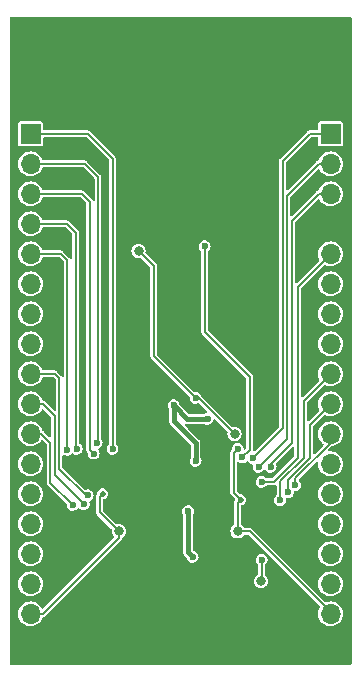
<source format=gbr>
%TF.GenerationSoftware,KiCad,Pcbnew,7.0.8*%
%TF.CreationDate,2023-11-05T01:10:31+09:00*%
%TF.ProjectId,BBM-RP2040,42424d2d-5250-4323-9034-302e6b696361,rev?*%
%TF.SameCoordinates,Original*%
%TF.FileFunction,Copper,L2,Bot*%
%TF.FilePolarity,Positive*%
%FSLAX46Y46*%
G04 Gerber Fmt 4.6, Leading zero omitted, Abs format (unit mm)*
G04 Created by KiCad (PCBNEW 7.0.8) date 2023-11-05 01:10:31*
%MOMM*%
%LPD*%
G01*
G04 APERTURE LIST*
%TA.AperFunction,ComponentPad*%
%ADD10R,1.700000X1.700000*%
%TD*%
%TA.AperFunction,ComponentPad*%
%ADD11O,1.700000X1.700000*%
%TD*%
%TA.AperFunction,ComponentPad*%
%ADD12C,0.600000*%
%TD*%
%TA.AperFunction,ViaPad*%
%ADD13C,0.600000*%
%TD*%
%TA.AperFunction,ViaPad*%
%ADD14C,0.800000*%
%TD*%
%TA.AperFunction,ViaPad*%
%ADD15C,0.500000*%
%TD*%
%TA.AperFunction,Conductor*%
%ADD16C,0.160000*%
%TD*%
%TA.AperFunction,Conductor*%
%ADD17C,0.400000*%
%TD*%
%TA.AperFunction,Conductor*%
%ADD18C,0.150000*%
%TD*%
G04 APERTURE END LIST*
D10*
%TO.P,J2,1,Pin_1*%
%TO.N,GPIO28_ADC2*%
X182880000Y-66040000D03*
D11*
%TO.P,J2,2,Pin_2*%
%TO.N,GPIO27_ADC1*%
X182880000Y-68580000D03*
%TO.P,J2,3,Pin_3*%
%TO.N,GPIO26_ADC0*%
X182880000Y-71120000D03*
%TO.P,J2,4,Pin_4*%
%TO.N,GND*%
X182880000Y-73660000D03*
%TO.P,J2,5,Pin_5*%
%TO.N,GPIO25*%
X182880000Y-76200000D03*
%TO.P,J2,6,Pin_6*%
%TO.N,GPIO24*%
X182880000Y-78740000D03*
%TO.P,J2,7,Pin_7*%
%TO.N,GPIO23*%
X182880000Y-81280000D03*
%TO.P,J2,8,Pin_8*%
%TO.N,GPIO22*%
X182880000Y-83820000D03*
%TO.P,J2,9,Pin_9*%
%TO.N,GPIO21*%
X182880000Y-86360000D03*
%TO.P,J2,10,Pin_10*%
%TO.N,GPIO20*%
X182880000Y-88900000D03*
%TO.P,J2,11,Pin_11*%
%TO.N,GPIO19*%
X182880000Y-91440000D03*
%TO.P,J2,12,Pin_12*%
%TO.N,GPIO18*%
X182880000Y-93980000D03*
%TO.P,J2,13,Pin_13*%
%TO.N,GPIO17*%
X182880000Y-96520000D03*
%TO.P,J2,14,Pin_14*%
%TO.N,GPIO16*%
X182880000Y-99060000D03*
%TO.P,J2,15,Pin_15*%
%TO.N,SWD*%
X182880000Y-101600000D03*
%TO.P,J2,16,Pin_16*%
%TO.N,SWCLK*%
X182880000Y-104140000D03*
%TO.P,J2,17,Pin_17*%
%TO.N,+3.3V*%
X182880000Y-106680000D03*
%TO.P,J2,18,Pin_18*%
%TO.N,GND*%
X182880000Y-109220000D03*
%TD*%
D10*
%TO.P,J3,1,Pin_1*%
%TO.N,GPIO0*%
X157480000Y-66040000D03*
D11*
%TO.P,J3,2,Pin_2*%
%TO.N,GPIO1*%
X157480000Y-68580000D03*
%TO.P,J3,3,Pin_3*%
%TO.N,GPIO2*%
X157480000Y-71120000D03*
%TO.P,J3,4,Pin_4*%
%TO.N,GPIO3*%
X157480000Y-73660000D03*
%TO.P,J3,5,Pin_5*%
%TO.N,GPIO4*%
X157480000Y-76200000D03*
%TO.P,J3,6,Pin_6*%
%TO.N,GPIO5*%
X157480000Y-78740000D03*
%TO.P,J3,7,Pin_7*%
%TO.N,GPIO6*%
X157480000Y-81280000D03*
%TO.P,J3,8,Pin_8*%
%TO.N,GPIO7*%
X157480000Y-83820000D03*
%TO.P,J3,9,Pin_9*%
%TO.N,GPIO8*%
X157480000Y-86360000D03*
%TO.P,J3,10,Pin_10*%
%TO.N,GPIO9*%
X157480000Y-88900000D03*
%TO.P,J3,11,Pin_11*%
%TO.N,GPIO10*%
X157480000Y-91440000D03*
%TO.P,J3,12,Pin_12*%
%TO.N,GPIO11*%
X157480000Y-93980000D03*
%TO.P,J3,13,Pin_13*%
%TO.N,GPIO12*%
X157480000Y-96520000D03*
%TO.P,J3,14,Pin_14*%
%TO.N,GPIO13*%
X157480000Y-99060000D03*
%TO.P,J3,15,Pin_15*%
%TO.N,GPIO14*%
X157480000Y-101600000D03*
%TO.P,J3,16,Pin_16*%
%TO.N,GPIO15*%
X157480000Y-104140000D03*
%TO.P,J3,17,Pin_17*%
%TO.N,+3.3V*%
X157480000Y-106680000D03*
%TO.P,J3,18,Pin_18*%
%TO.N,GND*%
X157480000Y-109220000D03*
%TD*%
D12*
%TO.P,U3,57,GND*%
%TO.N,GND*%
X168905000Y-94606600D03*
X168905000Y-95881600D03*
X168905000Y-97156600D03*
X170180000Y-94606600D03*
X170180000Y-95881600D03*
X170180000Y-97156600D03*
X171455000Y-94606600D03*
X171455000Y-95881600D03*
X171455000Y-97156600D03*
%TD*%
D13*
%TO.N,GND*%
X168656000Y-101600000D03*
D14*
X160477200Y-99161600D03*
D13*
X177857773Y-84905227D03*
D14*
X172212000Y-71526400D03*
D13*
X177927000Y-83566000D03*
X179376721Y-99457741D03*
X178659115Y-94077115D03*
X176531043Y-84328000D03*
D14*
X166116000Y-89408000D03*
D13*
X161899600Y-91948000D03*
D14*
X170180000Y-83820000D03*
X172085000Y-83820000D03*
D15*
%TO.N,+3.3V*%
X175260000Y-97028000D03*
D13*
X171450000Y-88392000D03*
X175006000Y-92710000D03*
D14*
X175006000Y-99695000D03*
D15*
X163576000Y-96520000D03*
D14*
X174752000Y-91440000D03*
X166624000Y-75946000D03*
X164947600Y-99695000D03*
D13*
%TO.N,+1V1*%
X171450000Y-93726000D03*
X170815000Y-97981100D03*
X169589500Y-89027000D03*
X172466000Y-90170000D03*
X171196000Y-101854000D03*
D14*
%TO.N,RUN*%
X176974466Y-103909500D03*
D13*
X177038000Y-102108000D03*
%TO.N,GPIO25*%
X177038000Y-95504000D03*
%TO.N,GPIO0*%
X164420500Y-92710000D03*
%TO.N,GPIO1*%
X163067745Y-92202000D03*
%TO.N,GPIO2*%
X162818445Y-93111955D03*
%TO.N,GPIO3*%
X161379185Y-92706364D03*
%TO.N,GPIO4*%
X160583245Y-92781755D03*
%TO.N,GPIO8*%
X162306000Y-96649390D03*
%TO.N,GPIO9*%
X161978362Y-97385927D03*
%TO.N,GPIO10*%
X161036000Y-97470615D03*
%TO.N,GPIO19*%
X179861885Y-95787885D03*
%TO.N,GPIO20*%
X179252500Y-96396581D03*
%TO.N,GPIO21*%
X178591885Y-97057885D03*
%TO.N,GPIO26_ADC0*%
X177800000Y-94234000D03*
%TO.N,GPIO27_ADC1*%
X176784000Y-94234000D03*
%TO.N,GPIO28_ADC2*%
X176276000Y-93472000D03*
%TO.N,GPIO29_ADC3*%
X175410451Y-93425096D03*
X172212000Y-75565000D03*
%TD*%
D16*
%TO.N,+3.3V*%
X163576000Y-96520000D02*
X163322000Y-96774000D01*
X167894000Y-77216000D02*
X167894000Y-84836000D01*
X171704000Y-88392000D02*
X171450000Y-88392000D01*
X158496000Y-106680000D02*
X164947600Y-100228400D01*
X175006000Y-92710000D02*
X174680000Y-93036000D01*
X166624000Y-75946000D02*
X167894000Y-77216000D01*
X182880000Y-106553000D02*
X182880000Y-106680000D01*
X175006000Y-97282000D02*
X175260000Y-97028000D01*
X163322000Y-98069400D02*
X164947600Y-99695000D01*
X163322000Y-96774000D02*
X163322000Y-98069400D01*
X167894000Y-84836000D02*
X171450000Y-88392000D01*
X174680000Y-96448000D02*
X175260000Y-97028000D01*
X174680000Y-93036000D02*
X174680000Y-96448000D01*
X157480000Y-106680000D02*
X158496000Y-106680000D01*
X175006000Y-99695000D02*
X176022000Y-99695000D01*
X174752000Y-91440000D02*
X171704000Y-88392000D01*
X164947600Y-100228400D02*
X164947600Y-99695000D01*
X176022000Y-99695000D02*
X182880000Y-106553000D01*
X163576000Y-96520000D02*
X163449000Y-96520000D01*
X175006000Y-99695000D02*
X175006000Y-97282000D01*
D17*
%TO.N,+1V1*%
X170732500Y-90170000D02*
X169589500Y-89027000D01*
X169589500Y-89027000D02*
X169589500Y-90341500D01*
X170815000Y-101473000D02*
X171196000Y-101854000D01*
X171450000Y-92202000D02*
X171450000Y-93726000D01*
X172466000Y-90170000D02*
X170732500Y-90170000D01*
X170815000Y-97981100D02*
X170815000Y-101473000D01*
X169589500Y-90341500D02*
X171450000Y-92202000D01*
D16*
%TO.N,RUN*%
X176974466Y-103909500D02*
X177038000Y-103845966D01*
X177038000Y-103845966D02*
X177038000Y-102108000D01*
%TO.N,GPIO25*%
X180086000Y-93469768D02*
X180086000Y-78994000D01*
X177038000Y-95504000D02*
X178051768Y-95504000D01*
X180086000Y-78994000D02*
X182880000Y-76200000D01*
X178051768Y-95504000D02*
X180086000Y-93469768D01*
%TO.N,GPIO0*%
X164420500Y-92710000D02*
X164420500Y-68154500D01*
X164420500Y-68154500D02*
X162306000Y-66040000D01*
X162306000Y-66040000D02*
X157480000Y-66040000D01*
%TO.N,GPIO1*%
X163195000Y-69723000D02*
X162052000Y-68580000D01*
X163195000Y-92074745D02*
X163195000Y-69723000D01*
X162052000Y-68580000D02*
X157480000Y-68580000D01*
X163067745Y-92202000D02*
X163195000Y-92074745D01*
%TO.N,GPIO2*%
X161798000Y-71120000D02*
X157480000Y-71120000D01*
X162488245Y-71810245D02*
X161798000Y-71120000D01*
X162488245Y-92781755D02*
X162488245Y-71810245D01*
X162818445Y-93111955D02*
X162488245Y-92781755D01*
%TO.N,GPIO3*%
X161290000Y-92617179D02*
X161290000Y-74422000D01*
X161379185Y-92706364D02*
X161290000Y-92617179D01*
X161290000Y-74422000D02*
X160528000Y-73660000D01*
X160528000Y-73660000D02*
X157480000Y-73660000D01*
%TO.N,GPIO4*%
X160583245Y-92781755D02*
X160583245Y-76763245D01*
X160583245Y-76763245D02*
X160020000Y-76200000D01*
X160020000Y-76200000D02*
X157480000Y-76200000D01*
%TO.N,GPIO8*%
X162306000Y-96649390D02*
X162146167Y-96649390D01*
X162146167Y-96649390D02*
X159903245Y-94406468D01*
X159512000Y-86360000D02*
X157480000Y-86360000D01*
X159903245Y-94406468D02*
X159903245Y-86751245D01*
X159903245Y-86751245D02*
X159512000Y-86360000D01*
%TO.N,GPIO9*%
X159512000Y-94919565D02*
X159512000Y-89916000D01*
X161978362Y-97385927D02*
X159512000Y-94919565D01*
X159512000Y-89916000D02*
X158496000Y-88900000D01*
X158496000Y-88900000D02*
X157480000Y-88900000D01*
%TO.N,GPIO10*%
X161036000Y-97470615D02*
X159152000Y-95586615D01*
X159152000Y-95586615D02*
X159152000Y-92202000D01*
X158390000Y-91440000D02*
X157480000Y-91440000D01*
X159152000Y-92202000D02*
X158390000Y-91440000D01*
D18*
%TO.N,GPIO19*%
X179861885Y-95220115D02*
X182880000Y-92202000D01*
D16*
X182880000Y-92202000D02*
X182880000Y-91440000D01*
X179861885Y-95787885D02*
X179861885Y-95220115D01*
D18*
%TO.N,GPIO20*%
X179252500Y-95321500D02*
X181102000Y-93472000D01*
D16*
X181102000Y-93472000D02*
X181102000Y-90678000D01*
X179252500Y-96396581D02*
X179252500Y-95321500D01*
X181102000Y-90678000D02*
X182880000Y-88900000D01*
%TO.N,GPIO21*%
X178591885Y-95472999D02*
X180594000Y-93470884D01*
X180594000Y-88646000D02*
X182880000Y-86360000D01*
X178591885Y-97057885D02*
X178591885Y-95472999D01*
X180594000Y-93470884D02*
X180594000Y-88646000D01*
%TO.N,GPIO26_ADC0*%
X177800000Y-94234000D02*
X177800000Y-93980000D01*
X179578000Y-73406000D02*
X181864000Y-71120000D01*
X179578000Y-92202000D02*
X179578000Y-73406000D01*
X177800000Y-93980000D02*
X179578000Y-92202000D01*
X181864000Y-71120000D02*
X182880000Y-71120000D01*
%TO.N,GPIO27_ADC1*%
X179176000Y-71268000D02*
X181864000Y-68580000D01*
X181864000Y-68580000D02*
X182880000Y-68580000D01*
X179176000Y-91842000D02*
X179176000Y-71268000D01*
X176784000Y-94234000D02*
X179176000Y-91842000D01*
%TO.N,GPIO28_ADC2*%
X178816000Y-90932000D02*
X178816000Y-68326000D01*
X176276000Y-93472000D02*
X178816000Y-90932000D01*
X181102000Y-66040000D02*
X182880000Y-66040000D01*
X178816000Y-68326000D02*
X181102000Y-66040000D01*
%TO.N,GPIO29_ADC3*%
X172212000Y-75565000D02*
X172212000Y-82804000D01*
X176022000Y-92813547D02*
X175410451Y-93425096D01*
X176022000Y-86614000D02*
X176022000Y-92813547D01*
X172212000Y-82804000D02*
X176022000Y-86614000D01*
%TD*%
%TA.AperFunction,Conductor*%
%TO.N,GND*%
G36*
X184616691Y-56153407D02*
G01*
X184652655Y-56202907D01*
X184657500Y-56233500D01*
X184657500Y-110898500D01*
X184638593Y-110956691D01*
X184589093Y-110992655D01*
X184558500Y-110997500D01*
X155801500Y-110997500D01*
X155743309Y-110978593D01*
X155707345Y-110929093D01*
X155702500Y-110898500D01*
X155702500Y-106680003D01*
X156424417Y-106680003D01*
X156444698Y-106885929D01*
X156444699Y-106885934D01*
X156504768Y-107083954D01*
X156602316Y-107266452D01*
X156733585Y-107426404D01*
X156733590Y-107426410D01*
X156733595Y-107426414D01*
X156893547Y-107557683D01*
X156893548Y-107557683D01*
X156893550Y-107557685D01*
X157076046Y-107655232D01*
X157213997Y-107697078D01*
X157274065Y-107715300D01*
X157274070Y-107715301D01*
X157479997Y-107735583D01*
X157480000Y-107735583D01*
X157480003Y-107735583D01*
X157685929Y-107715301D01*
X157685934Y-107715300D01*
X157883954Y-107655232D01*
X158066450Y-107557685D01*
X158226410Y-107426410D01*
X158357685Y-107266450D01*
X158455232Y-107083954D01*
X158472240Y-107027882D01*
X158507223Y-106977689D01*
X158552720Y-106961234D01*
X158552402Y-106959880D01*
X158561327Y-106957780D01*
X158561328Y-106957779D01*
X158561333Y-106957779D01*
X158569024Y-106954382D01*
X158590819Y-106947633D01*
X158599084Y-106946089D01*
X158624193Y-106930540D01*
X158630244Y-106927351D01*
X158657266Y-106915421D01*
X158663209Y-106909476D01*
X158681097Y-106895308D01*
X158688245Y-106890883D01*
X158706043Y-106867312D01*
X158710540Y-106862146D01*
X161663186Y-103909500D01*
X176368784Y-103909500D01*
X176389421Y-104066258D01*
X176389423Y-104066266D01*
X176449928Y-104212338D01*
X176449928Y-104212339D01*
X176449930Y-104212341D01*
X176546184Y-104337782D01*
X176671625Y-104434036D01*
X176817704Y-104494544D01*
X176935275Y-104510022D01*
X176974465Y-104515182D01*
X176974466Y-104515182D01*
X176974467Y-104515182D01*
X177005818Y-104511054D01*
X177131228Y-104494544D01*
X177277307Y-104434036D01*
X177402748Y-104337782D01*
X177499002Y-104212341D01*
X177559510Y-104066262D01*
X177580148Y-103909500D01*
X177559510Y-103752738D01*
X177499003Y-103606661D01*
X177499003Y-103606660D01*
X177402752Y-103481223D01*
X177402751Y-103481222D01*
X177402748Y-103481218D01*
X177402743Y-103481214D01*
X177402741Y-103481212D01*
X177357232Y-103446291D01*
X177322577Y-103395866D01*
X177318500Y-103367750D01*
X177318500Y-102576737D01*
X177337407Y-102518546D01*
X177363978Y-102493452D01*
X177369128Y-102490143D01*
X177463377Y-102381373D01*
X177523165Y-102250457D01*
X177543647Y-102108000D01*
X177523165Y-101965543D01*
X177463377Y-101834627D01*
X177369128Y-101725857D01*
X177369127Y-101725856D01*
X177369126Y-101725855D01*
X177248057Y-101648049D01*
X177248054Y-101648047D01*
X177248053Y-101648047D01*
X177248050Y-101648046D01*
X177109964Y-101607500D01*
X177109961Y-101607500D01*
X176966039Y-101607500D01*
X176966035Y-101607500D01*
X176827949Y-101648046D01*
X176827942Y-101648049D01*
X176706873Y-101725855D01*
X176612622Y-101834628D01*
X176552834Y-101965543D01*
X176532353Y-102107997D01*
X176532353Y-102108002D01*
X176552834Y-102250456D01*
X176600350Y-102354499D01*
X176612623Y-102381373D01*
X176706872Y-102490143D01*
X176712020Y-102493451D01*
X176750753Y-102540815D01*
X176757500Y-102576737D01*
X176757500Y-103283243D01*
X176738593Y-103341434D01*
X176696387Y-103374707D01*
X176671625Y-103384964D01*
X176546189Y-103481213D01*
X176546179Y-103481223D01*
X176449928Y-103606660D01*
X176449928Y-103606661D01*
X176389423Y-103752733D01*
X176389421Y-103752741D01*
X176368784Y-103909499D01*
X176368784Y-103909500D01*
X161663186Y-103909500D01*
X165104877Y-100467809D01*
X165110056Y-100463302D01*
X165119561Y-100456123D01*
X165119567Y-100456121D01*
X165149783Y-100422974D01*
X165151316Y-100421369D01*
X165164323Y-100408364D01*
X165166071Y-100405810D01*
X165170315Y-100400451D01*
X165190217Y-100378622D01*
X165193251Y-100370788D01*
X165203895Y-100350595D01*
X165208645Y-100343662D01*
X165215406Y-100314912D01*
X165217432Y-100308368D01*
X165228100Y-100280835D01*
X165228100Y-100280828D01*
X165229786Y-100271815D01*
X165232388Y-100272301D01*
X165247007Y-100227309D01*
X165266833Y-100206958D01*
X165306983Y-100176150D01*
X165375882Y-100123282D01*
X165472136Y-99997841D01*
X165532644Y-99851762D01*
X165553282Y-99695000D01*
X165532644Y-99538238D01*
X165523390Y-99515896D01*
X165472137Y-99392161D01*
X165472137Y-99392160D01*
X165375886Y-99266723D01*
X165375885Y-99266722D01*
X165375882Y-99266718D01*
X165375877Y-99266714D01*
X165375876Y-99266713D01*
X165250438Y-99170462D01*
X165104366Y-99109957D01*
X165104358Y-99109955D01*
X164947601Y-99089318D01*
X164947599Y-99089318D01*
X164811323Y-99107259D01*
X164751162Y-99096109D01*
X164728397Y-99079110D01*
X163631496Y-97982209D01*
X163630932Y-97981102D01*
X170309353Y-97981102D01*
X170329834Y-98123556D01*
X170389623Y-98254473D01*
X170390316Y-98255273D01*
X170390660Y-98256089D01*
X170393453Y-98260434D01*
X170392701Y-98260916D01*
X170414136Y-98311631D01*
X170414500Y-98320108D01*
X170414500Y-101536437D01*
X170421953Y-101559374D01*
X170425579Y-101574474D01*
X170429354Y-101598306D01*
X170440301Y-101619788D01*
X170446247Y-101634142D01*
X170453703Y-101657088D01*
X170453702Y-101657088D01*
X170467884Y-101676608D01*
X170475997Y-101689847D01*
X170486950Y-101711342D01*
X170486951Y-101711343D01*
X170507031Y-101731424D01*
X170677253Y-101901645D01*
X170705031Y-101956162D01*
X170705242Y-101957560D01*
X170710834Y-101996456D01*
X170761776Y-102108002D01*
X170770623Y-102127373D01*
X170821815Y-102186452D01*
X170864873Y-102236144D01*
X170887145Y-102250457D01*
X170985947Y-102313953D01*
X171092403Y-102345211D01*
X171124035Y-102354499D01*
X171124036Y-102354499D01*
X171124039Y-102354500D01*
X171124041Y-102354500D01*
X171267959Y-102354500D01*
X171267961Y-102354500D01*
X171406053Y-102313953D01*
X171527128Y-102236143D01*
X171621377Y-102127373D01*
X171681165Y-101996457D01*
X171701647Y-101854000D01*
X171694736Y-101805934D01*
X171681165Y-101711543D01*
X171668088Y-101682909D01*
X171621377Y-101580627D01*
X171527128Y-101471857D01*
X171527127Y-101471856D01*
X171527126Y-101471855D01*
X171406057Y-101394049D01*
X171406054Y-101394048D01*
X171406053Y-101394047D01*
X171333502Y-101372744D01*
X171286608Y-101358975D01*
X171236102Y-101324439D01*
X171215540Y-101266812D01*
X171215500Y-101263985D01*
X171215500Y-98320108D01*
X171234407Y-98261917D01*
X171239684Y-98255273D01*
X171239807Y-98255129D01*
X171240377Y-98254473D01*
X171300165Y-98123557D01*
X171314378Y-98024700D01*
X171320647Y-97981102D01*
X171320647Y-97981097D01*
X171300165Y-97838643D01*
X171267935Y-97768070D01*
X171240377Y-97707727D01*
X171146128Y-97598957D01*
X171146127Y-97598956D01*
X171146126Y-97598955D01*
X171025057Y-97521149D01*
X171025054Y-97521147D01*
X171025053Y-97521147D01*
X171025050Y-97521146D01*
X170886964Y-97480600D01*
X170886961Y-97480600D01*
X170743039Y-97480600D01*
X170743035Y-97480600D01*
X170604949Y-97521146D01*
X170604942Y-97521149D01*
X170483873Y-97598955D01*
X170389622Y-97707728D01*
X170329834Y-97838643D01*
X170309353Y-97981097D01*
X170309353Y-97981102D01*
X163630932Y-97981102D01*
X163603719Y-97927692D01*
X163602500Y-97912205D01*
X163602500Y-97055848D01*
X163621407Y-96997657D01*
X163670907Y-96961693D01*
X163673581Y-96960866D01*
X163765069Y-96934004D01*
X163874049Y-96863967D01*
X163958882Y-96766063D01*
X164012697Y-96648226D01*
X164022183Y-96582252D01*
X164031133Y-96520002D01*
X164031133Y-96519997D01*
X164012697Y-96391774D01*
X164005501Y-96376017D01*
X163958882Y-96273937D01*
X163874049Y-96176033D01*
X163874048Y-96176032D01*
X163874047Y-96176031D01*
X163765073Y-96105998D01*
X163765070Y-96105996D01*
X163765069Y-96105996D01*
X163765066Y-96105995D01*
X163640774Y-96069500D01*
X163640772Y-96069500D01*
X163511228Y-96069500D01*
X163511225Y-96069500D01*
X163386933Y-96105995D01*
X163386926Y-96105998D01*
X163277952Y-96176031D01*
X163193117Y-96273938D01*
X163139302Y-96391774D01*
X163120867Y-96519997D01*
X163120867Y-96520001D01*
X163121454Y-96524086D01*
X163111017Y-96584375D01*
X163096625Y-96604864D01*
X163079382Y-96623779D01*
X163079381Y-96623780D01*
X163076345Y-96631618D01*
X163065708Y-96651798D01*
X163060954Y-96658736D01*
X163054194Y-96687480D01*
X163052165Y-96694036D01*
X163041500Y-96721564D01*
X163041500Y-96729969D01*
X163038870Y-96752637D01*
X163036945Y-96760820D01*
X163041025Y-96790069D01*
X163041500Y-96796915D01*
X163041500Y-98011320D01*
X163041025Y-98018165D01*
X163039377Y-98029976D01*
X163041447Y-98074725D01*
X163041500Y-98077011D01*
X163041500Y-98095397D01*
X163042067Y-98098430D01*
X163042857Y-98105239D01*
X163044221Y-98134734D01*
X163047616Y-98142423D01*
X163054364Y-98164214D01*
X163055909Y-98172480D01*
X163055910Y-98172482D01*
X163055911Y-98172484D01*
X163071457Y-98197592D01*
X163074651Y-98203652D01*
X163086579Y-98230666D01*
X163092526Y-98236613D01*
X163106688Y-98254492D01*
X163107172Y-98255273D01*
X163111117Y-98261645D01*
X163134676Y-98279436D01*
X163139854Y-98283942D01*
X164331710Y-99475797D01*
X164359487Y-99530314D01*
X164359859Y-99558723D01*
X164341918Y-99694999D01*
X164341918Y-99695000D01*
X164362555Y-99851758D01*
X164362557Y-99851766D01*
X164423062Y-99997838D01*
X164423062Y-99997839D01*
X164523268Y-100128430D01*
X164521733Y-100129607D01*
X164545447Y-100176150D01*
X164535876Y-100236582D01*
X164517670Y-100261641D01*
X158566352Y-106212959D01*
X158511835Y-106240736D01*
X158451403Y-106231165D01*
X158409038Y-106189624D01*
X158357683Y-106093547D01*
X158226414Y-105933595D01*
X158226410Y-105933590D01*
X158226404Y-105933585D01*
X158066452Y-105802316D01*
X157883954Y-105704768D01*
X157685934Y-105644699D01*
X157685929Y-105644698D01*
X157480003Y-105624417D01*
X157479997Y-105624417D01*
X157274070Y-105644698D01*
X157274065Y-105644699D01*
X157076045Y-105704768D01*
X156893547Y-105802316D01*
X156733595Y-105933585D01*
X156733585Y-105933595D01*
X156602316Y-106093547D01*
X156504768Y-106276045D01*
X156444699Y-106474065D01*
X156444698Y-106474070D01*
X156424417Y-106679996D01*
X156424417Y-106680003D01*
X155702500Y-106680003D01*
X155702500Y-104140003D01*
X156424417Y-104140003D01*
X156444698Y-104345929D01*
X156444699Y-104345934D01*
X156504768Y-104543954D01*
X156602316Y-104726452D01*
X156733585Y-104886404D01*
X156733590Y-104886410D01*
X156733595Y-104886414D01*
X156893547Y-105017683D01*
X156893548Y-105017683D01*
X156893550Y-105017685D01*
X157076046Y-105115232D01*
X157213997Y-105157078D01*
X157274065Y-105175300D01*
X157274070Y-105175301D01*
X157479997Y-105195583D01*
X157480000Y-105195583D01*
X157480003Y-105195583D01*
X157685929Y-105175301D01*
X157685934Y-105175300D01*
X157883954Y-105115232D01*
X158066450Y-105017685D01*
X158226410Y-104886410D01*
X158357685Y-104726450D01*
X158455232Y-104543954D01*
X158515300Y-104345934D01*
X158515301Y-104345929D01*
X158535583Y-104140003D01*
X158535583Y-104139996D01*
X158515301Y-103934070D01*
X158515300Y-103934065D01*
X158460295Y-103752738D01*
X158455232Y-103736046D01*
X158357685Y-103553550D01*
X158226410Y-103393590D01*
X158194924Y-103367750D01*
X158066452Y-103262316D01*
X157883954Y-103164768D01*
X157685934Y-103104699D01*
X157685929Y-103104698D01*
X157480003Y-103084417D01*
X157479997Y-103084417D01*
X157274070Y-103104698D01*
X157274065Y-103104699D01*
X157076045Y-103164768D01*
X156893547Y-103262316D01*
X156733595Y-103393585D01*
X156733585Y-103393595D01*
X156602316Y-103553547D01*
X156504768Y-103736045D01*
X156444699Y-103934065D01*
X156444698Y-103934070D01*
X156424417Y-104139996D01*
X156424417Y-104140003D01*
X155702500Y-104140003D01*
X155702500Y-101600003D01*
X156424417Y-101600003D01*
X156444698Y-101805929D01*
X156444699Y-101805934D01*
X156504768Y-102003954D01*
X156602316Y-102186452D01*
X156706951Y-102313950D01*
X156733590Y-102346410D01*
X156733595Y-102346414D01*
X156893547Y-102477683D01*
X156893548Y-102477683D01*
X156893550Y-102477685D01*
X157076046Y-102575232D01*
X157213997Y-102617078D01*
X157274065Y-102635300D01*
X157274070Y-102635301D01*
X157479997Y-102655583D01*
X157480000Y-102655583D01*
X157480003Y-102655583D01*
X157685929Y-102635301D01*
X157685934Y-102635300D01*
X157883954Y-102575232D01*
X158066450Y-102477685D01*
X158226410Y-102346410D01*
X158357685Y-102186450D01*
X158455232Y-102003954D01*
X158515300Y-101805934D01*
X158515301Y-101805929D01*
X158535583Y-101600003D01*
X158535583Y-101599996D01*
X158515301Y-101394070D01*
X158515300Y-101394065D01*
X158494179Y-101324439D01*
X158455232Y-101196046D01*
X158357685Y-101013550D01*
X158226410Y-100853590D01*
X158226404Y-100853585D01*
X158066452Y-100722316D01*
X157883954Y-100624768D01*
X157685934Y-100564699D01*
X157685929Y-100564698D01*
X157480003Y-100544417D01*
X157479997Y-100544417D01*
X157274070Y-100564698D01*
X157274065Y-100564699D01*
X157076045Y-100624768D01*
X156893547Y-100722316D01*
X156733595Y-100853585D01*
X156733585Y-100853595D01*
X156602316Y-101013547D01*
X156504768Y-101196045D01*
X156444699Y-101394065D01*
X156444698Y-101394070D01*
X156424417Y-101599996D01*
X156424417Y-101600003D01*
X155702500Y-101600003D01*
X155702500Y-99060003D01*
X156424417Y-99060003D01*
X156444698Y-99265929D01*
X156444699Y-99265934D01*
X156504768Y-99463954D01*
X156602316Y-99646452D01*
X156733585Y-99806404D01*
X156733590Y-99806410D01*
X156733595Y-99806414D01*
X156893547Y-99937683D01*
X156893548Y-99937683D01*
X156893550Y-99937685D01*
X157076046Y-100035232D01*
X157213997Y-100077078D01*
X157274065Y-100095300D01*
X157274070Y-100095301D01*
X157479997Y-100115583D01*
X157480000Y-100115583D01*
X157480003Y-100115583D01*
X157685929Y-100095301D01*
X157685934Y-100095300D01*
X157883954Y-100035232D01*
X158066450Y-99937685D01*
X158226410Y-99806410D01*
X158357685Y-99646450D01*
X158455232Y-99463954D01*
X158515300Y-99265934D01*
X158515301Y-99265929D01*
X158535583Y-99060003D01*
X158535583Y-99059996D01*
X158515301Y-98854070D01*
X158515300Y-98854065D01*
X158497078Y-98793997D01*
X158455232Y-98656046D01*
X158357685Y-98473550D01*
X158226410Y-98313590D01*
X158189358Y-98283182D01*
X158066452Y-98182316D01*
X157883954Y-98084768D01*
X157685934Y-98024699D01*
X157685929Y-98024698D01*
X157480003Y-98004417D01*
X157479997Y-98004417D01*
X157274070Y-98024698D01*
X157274065Y-98024699D01*
X157076045Y-98084768D01*
X156893547Y-98182316D01*
X156733595Y-98313585D01*
X156733585Y-98313595D01*
X156602316Y-98473547D01*
X156504768Y-98656045D01*
X156444699Y-98854065D01*
X156444698Y-98854070D01*
X156424417Y-99059996D01*
X156424417Y-99060003D01*
X155702500Y-99060003D01*
X155702500Y-96520003D01*
X156424417Y-96520003D01*
X156444698Y-96725929D01*
X156444699Y-96725934D01*
X156504768Y-96923954D01*
X156602316Y-97106452D01*
X156719675Y-97249454D01*
X156733590Y-97266410D01*
X156733595Y-97266414D01*
X156893547Y-97397683D01*
X156893548Y-97397683D01*
X156893550Y-97397685D01*
X157076046Y-97495232D01*
X157185335Y-97528384D01*
X157274065Y-97555300D01*
X157274070Y-97555301D01*
X157479997Y-97575583D01*
X157480000Y-97575583D01*
X157480003Y-97575583D01*
X157685929Y-97555301D01*
X157685934Y-97555300D01*
X157883954Y-97495232D01*
X158066450Y-97397685D01*
X158226410Y-97266410D01*
X158357685Y-97106450D01*
X158455232Y-96923954D01*
X158515300Y-96725934D01*
X158515301Y-96725929D01*
X158535583Y-96520003D01*
X158535583Y-96519996D01*
X158515301Y-96314070D01*
X158515300Y-96314065D01*
X158477495Y-96189439D01*
X158455232Y-96116046D01*
X158357685Y-95933550D01*
X158355052Y-95930342D01*
X158238143Y-95787887D01*
X158226410Y-95773590D01*
X158226404Y-95773585D01*
X158066452Y-95642316D01*
X157883954Y-95544768D01*
X157685934Y-95484699D01*
X157685929Y-95484698D01*
X157480003Y-95464417D01*
X157479997Y-95464417D01*
X157274070Y-95484698D01*
X157274065Y-95484699D01*
X157076045Y-95544768D01*
X156893547Y-95642316D01*
X156733595Y-95773585D01*
X156733585Y-95773595D01*
X156602316Y-95933547D01*
X156504768Y-96116045D01*
X156444699Y-96314065D01*
X156444698Y-96314070D01*
X156424417Y-96519996D01*
X156424417Y-96520003D01*
X155702500Y-96520003D01*
X155702500Y-93980003D01*
X156424417Y-93980003D01*
X156444698Y-94185929D01*
X156444699Y-94185934D01*
X156504768Y-94383954D01*
X156602316Y-94566452D01*
X156705686Y-94692409D01*
X156733590Y-94726410D01*
X156733595Y-94726414D01*
X156893547Y-94857683D01*
X156893548Y-94857683D01*
X156893550Y-94857685D01*
X157076046Y-94955232D01*
X157213997Y-94997078D01*
X157274065Y-95015300D01*
X157274070Y-95015301D01*
X157479997Y-95035583D01*
X157480000Y-95035583D01*
X157480003Y-95035583D01*
X157685929Y-95015301D01*
X157685934Y-95015300D01*
X157883954Y-94955232D01*
X158066450Y-94857685D01*
X158226410Y-94726410D01*
X158357685Y-94566450D01*
X158455232Y-94383954D01*
X158515300Y-94185934D01*
X158515301Y-94185929D01*
X158535583Y-93980003D01*
X158535583Y-93979996D01*
X158515301Y-93774070D01*
X158515300Y-93774065D01*
X158482524Y-93666016D01*
X158455232Y-93576046D01*
X158357685Y-93393550D01*
X158350937Y-93385328D01*
X158226414Y-93233595D01*
X158226410Y-93233590D01*
X158198275Y-93210500D01*
X158066452Y-93102316D01*
X157883954Y-93004768D01*
X157685934Y-92944699D01*
X157685929Y-92944698D01*
X157480003Y-92924417D01*
X157479997Y-92924417D01*
X157274070Y-92944698D01*
X157274065Y-92944699D01*
X157076045Y-93004768D01*
X156893547Y-93102316D01*
X156733595Y-93233585D01*
X156733585Y-93233595D01*
X156602316Y-93393547D01*
X156504768Y-93576045D01*
X156444699Y-93774065D01*
X156444698Y-93774070D01*
X156424417Y-93979996D01*
X156424417Y-93980003D01*
X155702500Y-93980003D01*
X155702500Y-91440003D01*
X156424417Y-91440003D01*
X156444698Y-91645929D01*
X156444699Y-91645934D01*
X156504768Y-91843954D01*
X156602316Y-92026452D01*
X156718998Y-92168630D01*
X156733590Y-92186410D01*
X156733595Y-92186414D01*
X156893547Y-92317683D01*
X156893548Y-92317683D01*
X156893550Y-92317685D01*
X157076046Y-92415232D01*
X157213997Y-92457078D01*
X157274065Y-92475300D01*
X157274070Y-92475301D01*
X157479997Y-92495583D01*
X157480000Y-92495583D01*
X157480003Y-92495583D01*
X157685929Y-92475301D01*
X157685934Y-92475300D01*
X157883954Y-92415232D01*
X158066450Y-92317685D01*
X158226410Y-92186410D01*
X158357685Y-92026450D01*
X158372116Y-91999452D01*
X158416221Y-91957045D01*
X158476829Y-91948662D01*
X158529430Y-91976116D01*
X158842504Y-92289190D01*
X158870281Y-92343707D01*
X158871500Y-92359194D01*
X158871500Y-95528535D01*
X158871025Y-95535380D01*
X158869377Y-95547191D01*
X158871085Y-95584118D01*
X158871319Y-95589186D01*
X158871447Y-95591940D01*
X158871500Y-95594226D01*
X158871500Y-95612612D01*
X158872067Y-95615645D01*
X158872856Y-95622451D01*
X158873919Y-95645428D01*
X158874221Y-95651949D01*
X158877616Y-95659638D01*
X158884364Y-95681429D01*
X158885909Y-95689695D01*
X158885910Y-95689697D01*
X158885911Y-95689699D01*
X158901457Y-95714807D01*
X158904651Y-95720867D01*
X158916578Y-95747879D01*
X158916579Y-95747881D01*
X158922526Y-95753828D01*
X158936688Y-95771707D01*
X158938928Y-95775325D01*
X158941117Y-95778860D01*
X158964676Y-95796651D01*
X158969854Y-95801157D01*
X160509008Y-97340310D01*
X160536785Y-97394827D01*
X160536997Y-97424401D01*
X160530353Y-97470617D01*
X160550834Y-97613071D01*
X160592219Y-97703690D01*
X160610623Y-97743988D01*
X160698910Y-97845877D01*
X160704873Y-97852759D01*
X160821472Y-97927692D01*
X160825947Y-97930568D01*
X160903070Y-97953213D01*
X160964035Y-97971114D01*
X160964036Y-97971114D01*
X160964039Y-97971115D01*
X160964041Y-97971115D01*
X161107959Y-97971115D01*
X161107961Y-97971115D01*
X161246053Y-97930568D01*
X161367128Y-97852758D01*
X161461377Y-97743988D01*
X161461377Y-97743986D01*
X161466013Y-97738637D01*
X161467484Y-97739911D01*
X161507493Y-97707189D01*
X161568578Y-97703690D01*
X161618240Y-97734609D01*
X161647234Y-97768070D01*
X161768309Y-97845880D01*
X161874765Y-97877138D01*
X161906397Y-97886426D01*
X161906398Y-97886426D01*
X161906401Y-97886427D01*
X161906403Y-97886427D01*
X162050321Y-97886427D01*
X162050323Y-97886427D01*
X162188415Y-97845880D01*
X162309490Y-97768070D01*
X162403739Y-97659300D01*
X162463527Y-97528384D01*
X162472085Y-97468858D01*
X162484009Y-97385929D01*
X162484009Y-97385924D01*
X162463527Y-97243471D01*
X162463037Y-97242397D01*
X162462924Y-97241414D01*
X162461533Y-97236677D01*
X162462352Y-97236436D01*
X162456057Y-97181611D01*
X162486140Y-97128332D01*
X162511970Y-97111206D01*
X162516041Y-97109346D01*
X162516053Y-97109343D01*
X162637128Y-97031533D01*
X162731377Y-96922763D01*
X162791165Y-96791847D01*
X162800642Y-96725934D01*
X162811647Y-96649392D01*
X162811647Y-96649387D01*
X162791165Y-96506933D01*
X162746246Y-96408576D01*
X162731377Y-96376017D01*
X162637128Y-96267247D01*
X162637127Y-96267246D01*
X162637126Y-96267245D01*
X162516057Y-96189439D01*
X162516054Y-96189437D01*
X162516053Y-96189437D01*
X162516050Y-96189436D01*
X162377964Y-96148890D01*
X162377961Y-96148890D01*
X162234039Y-96148890D01*
X162234035Y-96148890D01*
X162142222Y-96175849D01*
X162081061Y-96174101D01*
X162044327Y-96150863D01*
X160212741Y-94319277D01*
X160184964Y-94264760D01*
X160183745Y-94249273D01*
X160183745Y-93301262D01*
X160202652Y-93243071D01*
X160252152Y-93207107D01*
X160313338Y-93207107D01*
X160336268Y-93217978D01*
X160373192Y-93241708D01*
X160479648Y-93272966D01*
X160511280Y-93282254D01*
X160511281Y-93282254D01*
X160511284Y-93282255D01*
X160511286Y-93282255D01*
X160655204Y-93282255D01*
X160655206Y-93282255D01*
X160793298Y-93241708D01*
X160914373Y-93163898D01*
X160947972Y-93125121D01*
X161000367Y-93093525D01*
X161061328Y-93098760D01*
X161076315Y-93106668D01*
X161165366Y-93163897D01*
X161169132Y-93166317D01*
X161275588Y-93197575D01*
X161307220Y-93206863D01*
X161307221Y-93206863D01*
X161307224Y-93206864D01*
X161307226Y-93206864D01*
X161451144Y-93206864D01*
X161451146Y-93206864D01*
X161589238Y-93166317D01*
X161710313Y-93088507D01*
X161804562Y-92979737D01*
X161864350Y-92848821D01*
X161871732Y-92797476D01*
X161884832Y-92706366D01*
X161884832Y-92706361D01*
X161864350Y-92563907D01*
X161833147Y-92495583D01*
X161804562Y-92432991D01*
X161710313Y-92324221D01*
X161649234Y-92284968D01*
X161615976Y-92263594D01*
X161577245Y-92216228D01*
X161570500Y-92180310D01*
X161570500Y-74480074D01*
X161570975Y-74473226D01*
X161572622Y-74461422D01*
X161570553Y-74416673D01*
X161570500Y-74414387D01*
X161570500Y-74396010D01*
X161570500Y-74396007D01*
X161569931Y-74392965D01*
X161569142Y-74386168D01*
X161567779Y-74356667D01*
X161564382Y-74348974D01*
X161557633Y-74327177D01*
X161556089Y-74318916D01*
X161540539Y-74293802D01*
X161537349Y-74287751D01*
X161525421Y-74260734D01*
X161525419Y-74260732D01*
X161525419Y-74260731D01*
X161519473Y-74254785D01*
X161505309Y-74236903D01*
X161500884Y-74229756D01*
X161500880Y-74229753D01*
X161477321Y-74211961D01*
X161472144Y-74207456D01*
X160767403Y-73502715D01*
X160762896Y-73497536D01*
X160755719Y-73488030D01*
X160722614Y-73457852D01*
X160720962Y-73456274D01*
X160707964Y-73443276D01*
X160707956Y-73443270D01*
X160705411Y-73441526D01*
X160700040Y-73437271D01*
X160678223Y-73417383D01*
X160678218Y-73417380D01*
X160670378Y-73414343D01*
X160650197Y-73403705D01*
X160643263Y-73398955D01*
X160643262Y-73398954D01*
X160625451Y-73394765D01*
X160614513Y-73392193D01*
X160607966Y-73390165D01*
X160580439Y-73379501D01*
X160580436Y-73379500D01*
X160580435Y-73379500D01*
X160580434Y-73379500D01*
X160572031Y-73379500D01*
X160549363Y-73376870D01*
X160541179Y-73374945D01*
X160511930Y-73379025D01*
X160505084Y-73379500D01*
X158566104Y-73379500D01*
X158507913Y-73360593D01*
X158471949Y-73311093D01*
X158471367Y-73309238D01*
X158455232Y-73256046D01*
X158357685Y-73073550D01*
X158226410Y-72913590D01*
X158199865Y-72891805D01*
X158066452Y-72782316D01*
X157883954Y-72684768D01*
X157685934Y-72624699D01*
X157685929Y-72624698D01*
X157480003Y-72604417D01*
X157479997Y-72604417D01*
X157274070Y-72624698D01*
X157274065Y-72624699D01*
X157076045Y-72684768D01*
X156893547Y-72782316D01*
X156733595Y-72913585D01*
X156733585Y-72913595D01*
X156602316Y-73073547D01*
X156504768Y-73256045D01*
X156444699Y-73454065D01*
X156444698Y-73454070D01*
X156424417Y-73659996D01*
X156424417Y-73660003D01*
X156444698Y-73865929D01*
X156444699Y-73865934D01*
X156504768Y-74063954D01*
X156602316Y-74246452D01*
X156725055Y-74396010D01*
X156733590Y-74406410D01*
X156733595Y-74406414D01*
X156893547Y-74537683D01*
X156893548Y-74537683D01*
X156893550Y-74537685D01*
X157076046Y-74635232D01*
X157213997Y-74677078D01*
X157274065Y-74695300D01*
X157274070Y-74695301D01*
X157479997Y-74715583D01*
X157480000Y-74715583D01*
X157480003Y-74715583D01*
X157685929Y-74695301D01*
X157685934Y-74695300D01*
X157883954Y-74635232D01*
X158066450Y-74537685D01*
X158226410Y-74406410D01*
X158357685Y-74246450D01*
X158455232Y-74063954D01*
X158471367Y-74010760D01*
X158506351Y-73960566D01*
X158564160Y-73940519D01*
X158566104Y-73940500D01*
X160370805Y-73940500D01*
X160428996Y-73959407D01*
X160440809Y-73969496D01*
X160980504Y-74509190D01*
X161008281Y-74563707D01*
X161009500Y-74579194D01*
X161009500Y-76564866D01*
X160990593Y-76623057D01*
X160941093Y-76659021D01*
X160879907Y-76659021D01*
X160830407Y-76623057D01*
X160819934Y-76604851D01*
X160819538Y-76603954D01*
X160818666Y-76601979D01*
X160818665Y-76601978D01*
X160818665Y-76601977D01*
X160812718Y-76596030D01*
X160798554Y-76578148D01*
X160794129Y-76571001D01*
X160794125Y-76570998D01*
X160770566Y-76553206D01*
X160765389Y-76548701D01*
X160259403Y-76042715D01*
X160254896Y-76037536D01*
X160247719Y-76028030D01*
X160214614Y-75997852D01*
X160212962Y-75996274D01*
X160199964Y-75983276D01*
X160199956Y-75983270D01*
X160197411Y-75981526D01*
X160192040Y-75977271D01*
X160170223Y-75957383D01*
X160170218Y-75957380D01*
X160162378Y-75954343D01*
X160142197Y-75943705D01*
X160135263Y-75938955D01*
X160135262Y-75938954D01*
X160117451Y-75934765D01*
X160106513Y-75932193D01*
X160099966Y-75930165D01*
X160072439Y-75919501D01*
X160072436Y-75919500D01*
X160072435Y-75919500D01*
X160072434Y-75919500D01*
X160064031Y-75919500D01*
X160041363Y-75916870D01*
X160033179Y-75914945D01*
X160003930Y-75919025D01*
X159997084Y-75919500D01*
X158566104Y-75919500D01*
X158507913Y-75900593D01*
X158471949Y-75851093D01*
X158471367Y-75849238D01*
X158455232Y-75796046D01*
X158357685Y-75613550D01*
X158317841Y-75565000D01*
X158226414Y-75453595D01*
X158226410Y-75453590D01*
X158113536Y-75360957D01*
X158066452Y-75322316D01*
X157883954Y-75224768D01*
X157685934Y-75164699D01*
X157685929Y-75164698D01*
X157480003Y-75144417D01*
X157479997Y-75144417D01*
X157274070Y-75164698D01*
X157274065Y-75164699D01*
X157076045Y-75224768D01*
X156893547Y-75322316D01*
X156733595Y-75453585D01*
X156733585Y-75453595D01*
X156602316Y-75613547D01*
X156504768Y-75796045D01*
X156444699Y-75994065D01*
X156444698Y-75994070D01*
X156424417Y-76199996D01*
X156424417Y-76200003D01*
X156444698Y-76405929D01*
X156444699Y-76405934D01*
X156504768Y-76603954D01*
X156602316Y-76786452D01*
X156712275Y-76920438D01*
X156733590Y-76946410D01*
X156733595Y-76946414D01*
X156893547Y-77077683D01*
X156893548Y-77077683D01*
X156893550Y-77077685D01*
X157076046Y-77175232D01*
X157185345Y-77208387D01*
X157274065Y-77235300D01*
X157274070Y-77235301D01*
X157479997Y-77255583D01*
X157480000Y-77255583D01*
X157480003Y-77255583D01*
X157685929Y-77235301D01*
X157685934Y-77235300D01*
X157883954Y-77175232D01*
X158066450Y-77077685D01*
X158226410Y-76946410D01*
X158357685Y-76786450D01*
X158455232Y-76603954D01*
X158471367Y-76550760D01*
X158506351Y-76500566D01*
X158564160Y-76480519D01*
X158566104Y-76480500D01*
X159862806Y-76480500D01*
X159920997Y-76499407D01*
X159932809Y-76509496D01*
X160273748Y-76850434D01*
X160301526Y-76904951D01*
X160302745Y-76920438D01*
X160302745Y-86515050D01*
X160283838Y-86573241D01*
X160234338Y-86609205D01*
X160173152Y-86609205D01*
X160133741Y-86585054D01*
X160132720Y-86584033D01*
X160118554Y-86566148D01*
X160114129Y-86559001D01*
X160114125Y-86558998D01*
X160090566Y-86541206D01*
X160085389Y-86536701D01*
X159751403Y-86202715D01*
X159746896Y-86197536D01*
X159739719Y-86188030D01*
X159706614Y-86157852D01*
X159704962Y-86156274D01*
X159691964Y-86143276D01*
X159691956Y-86143270D01*
X159689411Y-86141526D01*
X159684040Y-86137271D01*
X159662223Y-86117383D01*
X159662218Y-86117380D01*
X159654378Y-86114343D01*
X159634197Y-86103705D01*
X159627263Y-86098955D01*
X159627262Y-86098954D01*
X159609451Y-86094765D01*
X159598513Y-86092193D01*
X159591966Y-86090165D01*
X159564439Y-86079501D01*
X159564436Y-86079500D01*
X159564435Y-86079500D01*
X159564434Y-86079500D01*
X159556031Y-86079500D01*
X159533363Y-86076870D01*
X159525179Y-86074945D01*
X159495930Y-86079025D01*
X159489084Y-86079500D01*
X158566104Y-86079500D01*
X158507913Y-86060593D01*
X158471949Y-86011093D01*
X158471367Y-86009238D01*
X158455232Y-85956046D01*
X158357685Y-85773550D01*
X158226410Y-85613590D01*
X158226404Y-85613585D01*
X158066452Y-85482316D01*
X157883954Y-85384768D01*
X157685934Y-85324699D01*
X157685929Y-85324698D01*
X157480003Y-85304417D01*
X157479997Y-85304417D01*
X157274070Y-85324698D01*
X157274065Y-85324699D01*
X157076045Y-85384768D01*
X156893547Y-85482316D01*
X156733595Y-85613585D01*
X156733585Y-85613595D01*
X156602316Y-85773547D01*
X156504768Y-85956045D01*
X156444699Y-86154065D01*
X156444698Y-86154070D01*
X156424417Y-86359996D01*
X156424417Y-86360003D01*
X156444698Y-86565929D01*
X156444699Y-86565934D01*
X156504768Y-86763954D01*
X156602316Y-86946452D01*
X156733585Y-87106404D01*
X156733590Y-87106410D01*
X156733595Y-87106414D01*
X156893547Y-87237683D01*
X156893548Y-87237683D01*
X156893550Y-87237685D01*
X157076046Y-87335232D01*
X157213997Y-87377078D01*
X157274065Y-87395300D01*
X157274070Y-87395301D01*
X157479997Y-87415583D01*
X157480000Y-87415583D01*
X157480003Y-87415583D01*
X157685929Y-87395301D01*
X157685934Y-87395300D01*
X157883954Y-87335232D01*
X158066450Y-87237685D01*
X158226410Y-87106410D01*
X158357685Y-86946450D01*
X158455232Y-86763954D01*
X158471367Y-86710760D01*
X158506351Y-86660566D01*
X158564160Y-86640519D01*
X158566104Y-86640500D01*
X159354805Y-86640500D01*
X159412996Y-86659407D01*
X159424809Y-86669496D01*
X159593749Y-86838436D01*
X159621526Y-86892953D01*
X159622745Y-86908440D01*
X159622745Y-89391050D01*
X159603838Y-89449241D01*
X159554338Y-89485205D01*
X159493152Y-89485205D01*
X159453741Y-89461054D01*
X158735403Y-88742715D01*
X158730896Y-88737536D01*
X158723719Y-88728030D01*
X158690614Y-88697852D01*
X158688962Y-88696274D01*
X158675964Y-88683276D01*
X158675956Y-88683270D01*
X158673411Y-88681526D01*
X158668040Y-88677271D01*
X158646223Y-88657383D01*
X158646218Y-88657380D01*
X158638378Y-88654343D01*
X158618197Y-88643705D01*
X158611263Y-88638955D01*
X158611262Y-88638954D01*
X158593451Y-88634765D01*
X158582513Y-88632193D01*
X158575966Y-88630165D01*
X158548435Y-88619499D01*
X158548422Y-88619497D01*
X158548404Y-88619487D01*
X158539880Y-88616185D01*
X158540309Y-88615075D01*
X158494697Y-88590218D01*
X158471878Y-88550921D01*
X158464470Y-88526500D01*
X158455232Y-88496046D01*
X158357685Y-88313550D01*
X158343886Y-88296736D01*
X158226414Y-88153595D01*
X158226410Y-88153590D01*
X158226404Y-88153585D01*
X158066452Y-88022316D01*
X157883954Y-87924768D01*
X157685934Y-87864699D01*
X157685929Y-87864698D01*
X157480003Y-87844417D01*
X157479997Y-87844417D01*
X157274070Y-87864698D01*
X157274065Y-87864699D01*
X157076045Y-87924768D01*
X156893547Y-88022316D01*
X156733595Y-88153585D01*
X156733585Y-88153595D01*
X156602316Y-88313547D01*
X156504768Y-88496045D01*
X156444699Y-88694065D01*
X156444698Y-88694070D01*
X156424417Y-88899996D01*
X156424417Y-88900003D01*
X156444698Y-89105929D01*
X156444699Y-89105934D01*
X156504768Y-89303954D01*
X156602316Y-89486452D01*
X156620175Y-89508213D01*
X156733590Y-89646410D01*
X156733595Y-89646414D01*
X156893547Y-89777683D01*
X156893548Y-89777683D01*
X156893550Y-89777685D01*
X157076046Y-89875232D01*
X157213997Y-89917078D01*
X157274065Y-89935300D01*
X157274070Y-89935301D01*
X157479997Y-89955583D01*
X157480000Y-89955583D01*
X157480003Y-89955583D01*
X157685929Y-89935301D01*
X157685934Y-89935300D01*
X157883954Y-89875232D01*
X158066450Y-89777685D01*
X158226410Y-89646410D01*
X158357685Y-89486450D01*
X158409039Y-89390373D01*
X158453143Y-89347968D01*
X158513752Y-89339585D01*
X158566352Y-89367039D01*
X159202504Y-90003191D01*
X159230281Y-90057708D01*
X159231500Y-90073195D01*
X159231500Y-91645805D01*
X159212593Y-91703996D01*
X159163093Y-91739960D01*
X159101907Y-91739960D01*
X159062496Y-91715809D01*
X158629403Y-91282715D01*
X158624896Y-91277536D01*
X158617719Y-91268030D01*
X158584614Y-91237852D01*
X158582962Y-91236274D01*
X158569964Y-91223276D01*
X158569956Y-91223270D01*
X158567411Y-91221526D01*
X158562040Y-91217271D01*
X158540223Y-91197383D01*
X158532420Y-91192552D01*
X158533773Y-91190366D01*
X158496909Y-91160321D01*
X158485371Y-91135403D01*
X158455232Y-91036046D01*
X158357685Y-90853550D01*
X158333524Y-90824110D01*
X158226414Y-90693595D01*
X158226410Y-90693590D01*
X158198275Y-90670500D01*
X158066452Y-90562316D01*
X157883954Y-90464768D01*
X157685934Y-90404699D01*
X157685929Y-90404698D01*
X157480003Y-90384417D01*
X157479997Y-90384417D01*
X157274070Y-90404698D01*
X157274065Y-90404699D01*
X157076045Y-90464768D01*
X156893547Y-90562316D01*
X156733595Y-90693585D01*
X156733585Y-90693595D01*
X156602316Y-90853547D01*
X156504768Y-91036045D01*
X156444699Y-91234065D01*
X156444698Y-91234070D01*
X156424417Y-91439996D01*
X156424417Y-91440003D01*
X155702500Y-91440003D01*
X155702500Y-83820003D01*
X156424417Y-83820003D01*
X156444698Y-84025929D01*
X156444699Y-84025934D01*
X156504768Y-84223954D01*
X156602316Y-84406452D01*
X156733585Y-84566404D01*
X156733590Y-84566410D01*
X156733595Y-84566414D01*
X156893547Y-84697683D01*
X156893548Y-84697683D01*
X156893550Y-84697685D01*
X157076046Y-84795232D01*
X157213997Y-84837078D01*
X157274065Y-84855300D01*
X157274070Y-84855301D01*
X157479997Y-84875583D01*
X157480000Y-84875583D01*
X157480003Y-84875583D01*
X157685929Y-84855301D01*
X157685934Y-84855300D01*
X157883954Y-84795232D01*
X158066450Y-84697685D01*
X158226410Y-84566410D01*
X158357685Y-84406450D01*
X158455232Y-84223954D01*
X158515300Y-84025934D01*
X158515301Y-84025929D01*
X158535583Y-83820003D01*
X158535583Y-83819996D01*
X158515301Y-83614070D01*
X158515300Y-83614065D01*
X158497078Y-83553997D01*
X158455232Y-83416046D01*
X158357685Y-83233550D01*
X158226410Y-83073590D01*
X158226404Y-83073585D01*
X158066452Y-82942316D01*
X157883954Y-82844768D01*
X157685934Y-82784699D01*
X157685929Y-82784698D01*
X157480003Y-82764417D01*
X157479997Y-82764417D01*
X157274070Y-82784698D01*
X157274065Y-82784699D01*
X157076045Y-82844768D01*
X156893547Y-82942316D01*
X156733595Y-83073585D01*
X156733585Y-83073595D01*
X156602316Y-83233547D01*
X156504768Y-83416045D01*
X156444699Y-83614065D01*
X156444698Y-83614070D01*
X156424417Y-83819996D01*
X156424417Y-83820003D01*
X155702500Y-83820003D01*
X155702500Y-81280003D01*
X156424417Y-81280003D01*
X156444698Y-81485929D01*
X156444699Y-81485934D01*
X156504768Y-81683954D01*
X156602316Y-81866452D01*
X156733585Y-82026404D01*
X156733590Y-82026410D01*
X156733595Y-82026414D01*
X156893547Y-82157683D01*
X156893548Y-82157683D01*
X156893550Y-82157685D01*
X157076046Y-82255232D01*
X157213997Y-82297078D01*
X157274065Y-82315300D01*
X157274070Y-82315301D01*
X157479997Y-82335583D01*
X157480000Y-82335583D01*
X157480003Y-82335583D01*
X157685929Y-82315301D01*
X157685934Y-82315300D01*
X157883954Y-82255232D01*
X158066450Y-82157685D01*
X158226410Y-82026410D01*
X158357685Y-81866450D01*
X158455232Y-81683954D01*
X158515300Y-81485934D01*
X158515301Y-81485929D01*
X158535583Y-81280003D01*
X158535583Y-81279996D01*
X158515301Y-81074070D01*
X158515300Y-81074065D01*
X158497078Y-81013997D01*
X158455232Y-80876046D01*
X158357685Y-80693550D01*
X158226410Y-80533590D01*
X158226404Y-80533585D01*
X158066452Y-80402316D01*
X157883954Y-80304768D01*
X157685934Y-80244699D01*
X157685929Y-80244698D01*
X157480003Y-80224417D01*
X157479997Y-80224417D01*
X157274070Y-80244698D01*
X157274065Y-80244699D01*
X157076045Y-80304768D01*
X156893547Y-80402316D01*
X156733595Y-80533585D01*
X156733585Y-80533595D01*
X156602316Y-80693547D01*
X156504768Y-80876045D01*
X156444699Y-81074065D01*
X156444698Y-81074070D01*
X156424417Y-81279996D01*
X156424417Y-81280003D01*
X155702500Y-81280003D01*
X155702500Y-78740003D01*
X156424417Y-78740003D01*
X156444698Y-78945929D01*
X156444699Y-78945934D01*
X156504768Y-79143954D01*
X156602316Y-79326452D01*
X156733585Y-79486404D01*
X156733590Y-79486410D01*
X156733595Y-79486414D01*
X156893547Y-79617683D01*
X156893548Y-79617683D01*
X156893550Y-79617685D01*
X157076046Y-79715232D01*
X157213997Y-79757078D01*
X157274065Y-79775300D01*
X157274070Y-79775301D01*
X157479997Y-79795583D01*
X157480000Y-79795583D01*
X157480003Y-79795583D01*
X157685929Y-79775301D01*
X157685934Y-79775300D01*
X157883954Y-79715232D01*
X158066450Y-79617685D01*
X158226410Y-79486410D01*
X158357685Y-79326450D01*
X158455232Y-79143954D01*
X158515300Y-78945934D01*
X158515301Y-78945929D01*
X158535583Y-78740003D01*
X158535583Y-78739996D01*
X158515301Y-78534070D01*
X158515300Y-78534065D01*
X158497078Y-78473997D01*
X158455232Y-78336046D01*
X158357685Y-78153550D01*
X158226410Y-77993590D01*
X158226404Y-77993585D01*
X158066452Y-77862316D01*
X157883954Y-77764768D01*
X157685934Y-77704699D01*
X157685929Y-77704698D01*
X157480003Y-77684417D01*
X157479997Y-77684417D01*
X157274070Y-77704698D01*
X157274065Y-77704699D01*
X157076045Y-77764768D01*
X156893547Y-77862316D01*
X156733595Y-77993585D01*
X156733585Y-77993595D01*
X156602316Y-78153547D01*
X156504768Y-78336045D01*
X156444699Y-78534065D01*
X156444698Y-78534070D01*
X156424417Y-78739996D01*
X156424417Y-78740003D01*
X155702500Y-78740003D01*
X155702500Y-71120003D01*
X156424417Y-71120003D01*
X156444698Y-71325929D01*
X156444699Y-71325934D01*
X156504768Y-71523954D01*
X156602316Y-71706452D01*
X156660902Y-71777839D01*
X156733590Y-71866410D01*
X156733595Y-71866414D01*
X156893547Y-71997683D01*
X156893548Y-71997683D01*
X156893550Y-71997685D01*
X157076046Y-72095232D01*
X157213997Y-72137078D01*
X157274065Y-72155300D01*
X157274070Y-72155301D01*
X157479997Y-72175583D01*
X157480000Y-72175583D01*
X157480003Y-72175583D01*
X157685929Y-72155301D01*
X157685934Y-72155300D01*
X157883954Y-72095232D01*
X158066450Y-71997685D01*
X158226410Y-71866410D01*
X158357685Y-71706450D01*
X158455232Y-71523954D01*
X158471367Y-71470760D01*
X158506351Y-71420566D01*
X158564160Y-71400519D01*
X158566104Y-71400500D01*
X161640805Y-71400500D01*
X161698996Y-71419407D01*
X161710809Y-71429496D01*
X162178749Y-71897436D01*
X162206526Y-71951953D01*
X162207745Y-71967440D01*
X162207745Y-92723675D01*
X162207270Y-92730520D01*
X162205622Y-92742331D01*
X162207692Y-92787080D01*
X162207745Y-92789366D01*
X162207745Y-92807752D01*
X162208312Y-92810785D01*
X162209102Y-92817594D01*
X162210466Y-92847089D01*
X162213861Y-92854778D01*
X162220609Y-92876569D01*
X162222154Y-92884835D01*
X162222155Y-92884837D01*
X162222156Y-92884839D01*
X162237702Y-92909947D01*
X162240896Y-92916007D01*
X162252823Y-92943019D01*
X162252824Y-92943021D01*
X162258771Y-92948968D01*
X162272933Y-92966847D01*
X162275814Y-92971500D01*
X162277363Y-92974001D01*
X162277364Y-92974002D01*
X162280568Y-92976422D01*
X162315611Y-93026578D01*
X162318899Y-93069512D01*
X162312799Y-93111952D01*
X162312798Y-93111958D01*
X162333279Y-93254411D01*
X162373141Y-93341695D01*
X162393068Y-93385328D01*
X162468169Y-93472000D01*
X162487318Y-93494099D01*
X162584082Y-93556285D01*
X162608392Y-93571908D01*
X162714848Y-93603166D01*
X162746480Y-93612454D01*
X162746481Y-93612454D01*
X162746484Y-93612455D01*
X162746486Y-93612455D01*
X162890404Y-93612455D01*
X162890406Y-93612455D01*
X163028498Y-93571908D01*
X163149573Y-93494098D01*
X163243822Y-93385328D01*
X163303610Y-93254412D01*
X163316276Y-93166317D01*
X163324092Y-93111957D01*
X163324092Y-93111952D01*
X163303610Y-92969498D01*
X163292285Y-92944700D01*
X163243822Y-92838582D01*
X163229583Y-92822149D01*
X163205767Y-92765791D01*
X163219626Y-92706196D01*
X163265867Y-92666129D01*
X163276515Y-92662330D01*
X163276994Y-92662188D01*
X163277798Y-92661953D01*
X163398873Y-92584143D01*
X163493122Y-92475373D01*
X163552910Y-92344457D01*
X163567798Y-92240909D01*
X163573392Y-92202002D01*
X163573392Y-92201997D01*
X163552910Y-92059543D01*
X163493121Y-91928625D01*
X163491214Y-91925658D01*
X163490220Y-91922274D01*
X163490181Y-91922188D01*
X163490193Y-91922182D01*
X163475500Y-91872138D01*
X163475500Y-69781074D01*
X163475975Y-69774226D01*
X163477622Y-69762422D01*
X163475553Y-69717673D01*
X163475500Y-69715387D01*
X163475500Y-69697010D01*
X163475500Y-69697007D01*
X163474931Y-69693965D01*
X163474142Y-69687168D01*
X163472779Y-69657667D01*
X163469382Y-69649974D01*
X163462633Y-69628177D01*
X163461089Y-69619916D01*
X163445539Y-69594802D01*
X163442349Y-69588751D01*
X163430421Y-69561734D01*
X163430419Y-69561732D01*
X163430419Y-69561731D01*
X163424473Y-69555785D01*
X163410309Y-69537903D01*
X163405884Y-69530756D01*
X163405880Y-69530753D01*
X163382321Y-69512961D01*
X163377144Y-69508456D01*
X162291403Y-68422715D01*
X162286896Y-68417536D01*
X162279719Y-68408030D01*
X162246614Y-68377852D01*
X162244962Y-68376274D01*
X162231964Y-68363276D01*
X162231956Y-68363270D01*
X162229411Y-68361526D01*
X162224040Y-68357271D01*
X162202223Y-68337383D01*
X162202218Y-68337380D01*
X162194378Y-68334343D01*
X162174197Y-68323705D01*
X162167263Y-68318955D01*
X162167262Y-68318954D01*
X162149451Y-68314765D01*
X162138513Y-68312193D01*
X162131966Y-68310165D01*
X162104439Y-68299501D01*
X162104436Y-68299500D01*
X162104435Y-68299500D01*
X162104434Y-68299500D01*
X162096031Y-68299500D01*
X162073363Y-68296870D01*
X162065179Y-68294945D01*
X162035930Y-68299025D01*
X162029084Y-68299500D01*
X158566104Y-68299500D01*
X158507913Y-68280593D01*
X158471949Y-68231093D01*
X158471367Y-68229238D01*
X158455232Y-68176046D01*
X158357685Y-67993550D01*
X158357423Y-67993231D01*
X158226414Y-67833595D01*
X158226410Y-67833590D01*
X158226404Y-67833585D01*
X158066452Y-67702316D01*
X157883954Y-67604768D01*
X157685934Y-67544699D01*
X157685929Y-67544698D01*
X157480003Y-67524417D01*
X157479997Y-67524417D01*
X157274070Y-67544698D01*
X157274065Y-67544699D01*
X157076045Y-67604768D01*
X156893547Y-67702316D01*
X156733595Y-67833585D01*
X156733585Y-67833595D01*
X156602316Y-67993547D01*
X156504768Y-68176045D01*
X156444699Y-68374065D01*
X156444698Y-68374070D01*
X156424417Y-68579996D01*
X156424417Y-68580003D01*
X156444698Y-68785929D01*
X156444699Y-68785934D01*
X156504768Y-68983954D01*
X156602316Y-69166452D01*
X156733585Y-69326404D01*
X156733590Y-69326410D01*
X156733595Y-69326414D01*
X156893547Y-69457683D01*
X156893548Y-69457683D01*
X156893550Y-69457685D01*
X157076046Y-69555232D01*
X157206519Y-69594810D01*
X157274065Y-69615300D01*
X157274070Y-69615301D01*
X157479997Y-69635583D01*
X157480000Y-69635583D01*
X157480003Y-69635583D01*
X157685929Y-69615301D01*
X157685934Y-69615300D01*
X157883954Y-69555232D01*
X158066450Y-69457685D01*
X158226410Y-69326410D01*
X158357685Y-69166450D01*
X158455232Y-68983954D01*
X158471367Y-68930760D01*
X158506351Y-68880566D01*
X158564160Y-68860519D01*
X158566104Y-68860500D01*
X161894805Y-68860500D01*
X161952996Y-68879407D01*
X161964809Y-68889496D01*
X162885504Y-69810191D01*
X162913281Y-69864708D01*
X162914500Y-69880195D01*
X162914500Y-71611866D01*
X162895593Y-71670057D01*
X162846093Y-71706021D01*
X162784907Y-71706021D01*
X162735407Y-71670057D01*
X162724934Y-71651851D01*
X162723666Y-71648979D01*
X162723665Y-71648978D01*
X162723665Y-71648977D01*
X162717718Y-71643030D01*
X162703554Y-71625148D01*
X162699129Y-71618001D01*
X162699125Y-71617998D01*
X162675566Y-71600206D01*
X162670389Y-71595701D01*
X162037403Y-70962715D01*
X162032896Y-70957536D01*
X162025719Y-70948030D01*
X161992614Y-70917852D01*
X161990962Y-70916274D01*
X161977964Y-70903276D01*
X161977956Y-70903270D01*
X161975411Y-70901526D01*
X161970040Y-70897271D01*
X161948223Y-70877383D01*
X161948218Y-70877380D01*
X161940378Y-70874343D01*
X161920197Y-70863705D01*
X161913263Y-70858955D01*
X161913262Y-70858954D01*
X161895451Y-70854765D01*
X161884513Y-70852193D01*
X161877966Y-70850165D01*
X161850439Y-70839501D01*
X161850436Y-70839500D01*
X161850435Y-70839500D01*
X161850434Y-70839500D01*
X161842031Y-70839500D01*
X161819363Y-70836870D01*
X161811179Y-70834945D01*
X161781930Y-70839025D01*
X161775084Y-70839500D01*
X158566104Y-70839500D01*
X158507913Y-70820593D01*
X158471949Y-70771093D01*
X158471367Y-70769238D01*
X158455232Y-70716046D01*
X158357685Y-70533550D01*
X158226410Y-70373590D01*
X158226404Y-70373585D01*
X158066452Y-70242316D01*
X157883954Y-70144768D01*
X157685934Y-70084699D01*
X157685929Y-70084698D01*
X157480003Y-70064417D01*
X157479997Y-70064417D01*
X157274070Y-70084698D01*
X157274065Y-70084699D01*
X157076045Y-70144768D01*
X156893547Y-70242316D01*
X156733595Y-70373585D01*
X156733585Y-70373595D01*
X156602316Y-70533547D01*
X156504768Y-70716045D01*
X156444699Y-70914065D01*
X156444698Y-70914070D01*
X156424417Y-71119996D01*
X156424417Y-71120003D01*
X155702500Y-71120003D01*
X155702500Y-66909746D01*
X156429500Y-66909746D01*
X156429501Y-66909758D01*
X156441132Y-66968227D01*
X156441133Y-66968231D01*
X156485448Y-67034552D01*
X156551769Y-67078867D01*
X156596231Y-67087711D01*
X156610241Y-67090498D01*
X156610246Y-67090498D01*
X156610252Y-67090500D01*
X156610253Y-67090500D01*
X158349747Y-67090500D01*
X158349748Y-67090500D01*
X158408231Y-67078867D01*
X158474552Y-67034552D01*
X158518867Y-66968231D01*
X158530500Y-66909748D01*
X158530500Y-66419500D01*
X158549407Y-66361309D01*
X158598907Y-66325345D01*
X158629500Y-66320500D01*
X162148805Y-66320500D01*
X162206996Y-66339407D01*
X162218809Y-66349496D01*
X164111004Y-68241691D01*
X164138781Y-68296208D01*
X164140000Y-68311695D01*
X164140000Y-92241262D01*
X164121093Y-92299453D01*
X164094525Y-92324545D01*
X164089373Y-92327855D01*
X163995122Y-92436628D01*
X163935334Y-92567543D01*
X163914853Y-92709997D01*
X163914853Y-92710002D01*
X163935334Y-92852456D01*
X163993462Y-92979737D01*
X163995123Y-92983373D01*
X164086222Y-93088508D01*
X164089373Y-93092144D01*
X164210442Y-93169950D01*
X164210447Y-93169953D01*
X164316903Y-93201211D01*
X164348535Y-93210499D01*
X164348536Y-93210499D01*
X164348539Y-93210500D01*
X164348541Y-93210500D01*
X164492459Y-93210500D01*
X164492461Y-93210500D01*
X164630553Y-93169953D01*
X164751628Y-93092143D01*
X164845877Y-92983373D01*
X164905665Y-92852457D01*
X164923197Y-92730520D01*
X164926147Y-92710002D01*
X164926147Y-92709997D01*
X164905665Y-92567543D01*
X164879449Y-92510138D01*
X164845877Y-92436627D01*
X164751628Y-92327857D01*
X164751627Y-92327856D01*
X164751626Y-92327855D01*
X164746475Y-92324545D01*
X164707745Y-92277178D01*
X164701000Y-92241262D01*
X164701000Y-75946000D01*
X166018318Y-75946000D01*
X166038955Y-76102758D01*
X166038957Y-76102766D01*
X166099462Y-76248838D01*
X166099462Y-76248839D01*
X166099464Y-76248841D01*
X166195718Y-76374282D01*
X166321159Y-76470536D01*
X166321160Y-76470536D01*
X166321161Y-76470537D01*
X166444897Y-76521790D01*
X166467238Y-76531044D01*
X166624000Y-76551682D01*
X166760278Y-76533740D01*
X166820436Y-76544890D01*
X166843202Y-76561889D01*
X167584504Y-77303191D01*
X167612281Y-77357708D01*
X167613500Y-77373195D01*
X167613500Y-84777920D01*
X167613025Y-84784765D01*
X167611377Y-84796576D01*
X167613447Y-84841325D01*
X167613500Y-84843611D01*
X167613500Y-84861997D01*
X167614067Y-84865030D01*
X167614857Y-84871839D01*
X167616221Y-84901334D01*
X167619616Y-84909023D01*
X167626364Y-84930814D01*
X167627909Y-84939080D01*
X167627910Y-84939082D01*
X167627911Y-84939084D01*
X167643457Y-84964192D01*
X167646651Y-84970252D01*
X167658579Y-84997266D01*
X167664526Y-85003213D01*
X167678688Y-85021092D01*
X167683117Y-85028245D01*
X167706676Y-85046036D01*
X167711854Y-85050542D01*
X170923008Y-88261695D01*
X170950785Y-88316212D01*
X170950997Y-88345786D01*
X170944353Y-88392002D01*
X170964834Y-88534456D01*
X171017692Y-88650197D01*
X171024623Y-88665373D01*
X171101095Y-88753627D01*
X171118873Y-88774144D01*
X171238081Y-88850754D01*
X171239947Y-88851953D01*
X171346403Y-88883211D01*
X171378035Y-88892499D01*
X171378036Y-88892499D01*
X171378039Y-88892500D01*
X171378041Y-88892500D01*
X171521959Y-88892500D01*
X171521961Y-88892500D01*
X171660053Y-88851953D01*
X171660058Y-88851950D01*
X171666498Y-88849010D01*
X171667294Y-88850754D01*
X171717365Y-88837585D01*
X171774385Y-88859774D01*
X171781733Y-88866420D01*
X172423526Y-89508213D01*
X172451303Y-89562730D01*
X172441732Y-89623162D01*
X172398467Y-89666427D01*
X172381413Y-89673207D01*
X172255949Y-89710046D01*
X172255946Y-89710047D01*
X172226868Y-89728734D01*
X172187889Y-89753784D01*
X172134368Y-89769500D01*
X170939400Y-89769500D01*
X170881209Y-89750593D01*
X170869396Y-89740504D01*
X170108244Y-88979351D01*
X170080467Y-88924834D01*
X170080279Y-88923594D01*
X170074665Y-88884543D01*
X170066388Y-88866420D01*
X170014878Y-88753629D01*
X170014877Y-88753628D01*
X170014877Y-88753627D01*
X169920628Y-88644857D01*
X169920627Y-88644856D01*
X169920626Y-88644855D01*
X169799557Y-88567049D01*
X169799554Y-88567047D01*
X169799553Y-88567047D01*
X169799550Y-88567046D01*
X169661464Y-88526500D01*
X169661461Y-88526500D01*
X169517539Y-88526500D01*
X169517535Y-88526500D01*
X169379449Y-88567046D01*
X169379442Y-88567049D01*
X169258373Y-88644855D01*
X169164122Y-88753628D01*
X169104334Y-88884543D01*
X169083853Y-89026997D01*
X169083853Y-89027002D01*
X169104334Y-89169456D01*
X169164123Y-89300373D01*
X169164816Y-89301173D01*
X169165160Y-89301989D01*
X169167953Y-89306334D01*
X169167201Y-89306816D01*
X169188636Y-89357531D01*
X169189000Y-89366008D01*
X169189000Y-90404937D01*
X169196453Y-90427874D01*
X169200079Y-90442974D01*
X169203854Y-90466806D01*
X169214801Y-90488288D01*
X169220747Y-90502642D01*
X169228203Y-90525588D01*
X169228202Y-90525588D01*
X169242384Y-90545108D01*
X169250497Y-90558347D01*
X169261450Y-90579842D01*
X169261451Y-90579843D01*
X169281531Y-90599924D01*
X171020504Y-92338896D01*
X171048281Y-92393413D01*
X171049500Y-92408900D01*
X171049500Y-93386992D01*
X171030593Y-93445183D01*
X171025321Y-93451821D01*
X171024623Y-93452626D01*
X170964834Y-93583543D01*
X170944353Y-93725997D01*
X170944353Y-93726002D01*
X170964834Y-93868456D01*
X171015777Y-93980003D01*
X171024623Y-93999373D01*
X171104488Y-94091543D01*
X171118873Y-94108144D01*
X171239917Y-94185934D01*
X171239947Y-94185953D01*
X171346403Y-94217211D01*
X171378035Y-94226499D01*
X171378036Y-94226499D01*
X171378039Y-94226500D01*
X171378041Y-94226500D01*
X171521959Y-94226500D01*
X171521961Y-94226500D01*
X171660053Y-94185953D01*
X171781128Y-94108143D01*
X171875377Y-93999373D01*
X171935165Y-93868457D01*
X171948736Y-93774066D01*
X171955647Y-93726002D01*
X171955647Y-93725997D01*
X171935165Y-93583543D01*
X171929850Y-93571905D01*
X171875377Y-93452627D01*
X171874679Y-93451821D01*
X171874332Y-93451001D01*
X171871549Y-93446670D01*
X171872298Y-93446188D01*
X171850863Y-93395461D01*
X171850500Y-93386992D01*
X171850500Y-92168630D01*
X171850499Y-92168601D01*
X171850499Y-92138567D01*
X171850498Y-92138565D01*
X171843047Y-92115633D01*
X171839419Y-92100523D01*
X171835646Y-92076697D01*
X171835646Y-92076696D01*
X171824690Y-92055195D01*
X171818750Y-92040852D01*
X171817112Y-92035812D01*
X171811296Y-92017910D01*
X171797117Y-91998395D01*
X171789000Y-91985149D01*
X171778050Y-91963658D01*
X171778049Y-91963657D01*
X171688342Y-91873949D01*
X170850437Y-91036045D01*
X170540855Y-90726462D01*
X170513079Y-90671947D01*
X170522650Y-90611515D01*
X170565915Y-90568250D01*
X170626335Y-90558677D01*
X170631018Y-90559419D01*
X170646113Y-90563042D01*
X170669067Y-90570500D01*
X170700981Y-90570500D01*
X172134368Y-90570500D01*
X172187889Y-90586215D01*
X172255947Y-90629953D01*
X172362403Y-90661211D01*
X172394035Y-90670499D01*
X172394036Y-90670499D01*
X172394039Y-90670500D01*
X172394041Y-90670500D01*
X172537959Y-90670500D01*
X172537961Y-90670500D01*
X172676053Y-90629953D01*
X172797128Y-90552143D01*
X172891377Y-90443373D01*
X172951165Y-90312457D01*
X172954150Y-90291689D01*
X172957789Y-90266388D01*
X172984784Y-90211480D01*
X173038898Y-90182926D01*
X173099461Y-90191633D01*
X173125785Y-90210472D01*
X174136110Y-91220797D01*
X174163887Y-91275314D01*
X174164259Y-91303723D01*
X174146318Y-91439999D01*
X174146318Y-91440000D01*
X174166955Y-91596758D01*
X174166957Y-91596766D01*
X174227462Y-91742838D01*
X174227462Y-91742839D01*
X174323713Y-91868276D01*
X174323718Y-91868282D01*
X174449159Y-91964536D01*
X174449160Y-91964536D01*
X174449161Y-91964537D01*
X174578015Y-92017910D01*
X174595238Y-92025044D01*
X174752000Y-92045682D01*
X174826966Y-92035812D01*
X174887125Y-92046962D01*
X174889281Y-92049234D01*
X174902961Y-92030407D01*
X174923267Y-92019036D01*
X175026884Y-91976116D01*
X175054841Y-91964536D01*
X175180282Y-91868282D01*
X175276536Y-91742841D01*
X175337044Y-91596762D01*
X175357682Y-91440000D01*
X175357681Y-91439996D01*
X175337044Y-91283241D01*
X175337044Y-91283238D01*
X175322940Y-91249187D01*
X175276537Y-91137161D01*
X175276537Y-91137160D01*
X175180286Y-91011723D01*
X175180285Y-91011722D01*
X175180282Y-91011718D01*
X175180277Y-91011714D01*
X175180276Y-91011713D01*
X175054838Y-90915462D01*
X174908766Y-90854957D01*
X174908758Y-90854955D01*
X174752001Y-90834318D01*
X174751999Y-90834318D01*
X174615723Y-90852259D01*
X174555562Y-90841109D01*
X174532797Y-90824110D01*
X171943403Y-88234715D01*
X171938896Y-88229536D01*
X171931721Y-88220033D01*
X171929484Y-88217994D01*
X171906127Y-88185959D01*
X171875377Y-88118628D01*
X171875377Y-88118627D01*
X171781128Y-88009857D01*
X171781127Y-88009856D01*
X171781126Y-88009855D01*
X171660057Y-87932049D01*
X171660054Y-87932047D01*
X171660053Y-87932047D01*
X171660050Y-87932046D01*
X171521964Y-87891500D01*
X171521961Y-87891500D01*
X171387195Y-87891500D01*
X171329004Y-87872593D01*
X171317191Y-87862504D01*
X168203496Y-84748809D01*
X168175719Y-84694292D01*
X168174500Y-84678805D01*
X168174500Y-77274074D01*
X168174975Y-77267226D01*
X168176622Y-77255422D01*
X168174553Y-77210673D01*
X168174500Y-77208387D01*
X168174500Y-77190010D01*
X168174500Y-77190007D01*
X168173931Y-77186965D01*
X168173142Y-77180168D01*
X168171779Y-77150667D01*
X168168382Y-77142974D01*
X168161633Y-77121178D01*
X168160369Y-77114416D01*
X168160089Y-77112916D01*
X168160087Y-77112913D01*
X168160087Y-77112911D01*
X168144543Y-77087806D01*
X168141343Y-77081736D01*
X168129420Y-77054735D01*
X168129418Y-77054731D01*
X168123475Y-77048788D01*
X168109308Y-77030902D01*
X168104882Y-77023754D01*
X168081317Y-77005958D01*
X168076140Y-77001453D01*
X167239889Y-76165203D01*
X167212112Y-76110686D01*
X167211740Y-76082283D01*
X167229682Y-75946000D01*
X167209044Y-75789238D01*
X167148537Y-75643161D01*
X167148537Y-75643160D01*
X167088564Y-75565002D01*
X171706353Y-75565002D01*
X171726834Y-75707456D01*
X171764185Y-75789241D01*
X171786623Y-75838373D01*
X171880872Y-75947143D01*
X171886020Y-75950451D01*
X171924753Y-75997815D01*
X171931500Y-76033737D01*
X171931500Y-82745920D01*
X171931025Y-82752765D01*
X171929377Y-82764576D01*
X171931447Y-82809325D01*
X171931500Y-82811611D01*
X171931500Y-82829997D01*
X171932067Y-82833030D01*
X171932857Y-82839839D01*
X171934221Y-82869334D01*
X171937616Y-82877023D01*
X171944364Y-82898814D01*
X171945909Y-82907080D01*
X171945910Y-82907082D01*
X171945911Y-82907084D01*
X171961457Y-82932192D01*
X171964651Y-82938252D01*
X171976578Y-82965264D01*
X171976579Y-82965266D01*
X171982526Y-82971213D01*
X171996688Y-82989092D01*
X172001117Y-82996245D01*
X172024676Y-83014036D01*
X172029854Y-83018542D01*
X175712504Y-86701191D01*
X175740281Y-86755708D01*
X175741500Y-86771195D01*
X175741500Y-92656352D01*
X175722593Y-92714543D01*
X175712504Y-92726356D01*
X175678801Y-92760059D01*
X175624284Y-92787836D01*
X175563852Y-92778265D01*
X175520587Y-92735000D01*
X175510805Y-92704143D01*
X175491166Y-92567544D01*
X175449039Y-92475301D01*
X175431377Y-92436627D01*
X175337128Y-92327857D01*
X175337127Y-92327856D01*
X175337126Y-92327855D01*
X175216057Y-92250049D01*
X175216054Y-92250047D01*
X175216053Y-92250047D01*
X175203670Y-92246411D01*
X175077964Y-92209500D01*
X175077961Y-92209500D01*
X174961152Y-92209500D01*
X174914281Y-92194271D01*
X174908035Y-92205776D01*
X174867779Y-92228955D01*
X174795947Y-92250047D01*
X174795942Y-92250049D01*
X174674873Y-92327855D01*
X174580622Y-92436628D01*
X174520834Y-92567543D01*
X174500875Y-92706366D01*
X174500353Y-92710000D01*
X174502319Y-92723675D01*
X174506954Y-92755916D01*
X174496519Y-92816205D01*
X174482120Y-92836702D01*
X174477842Y-92841395D01*
X174476266Y-92843045D01*
X174463277Y-92856035D01*
X174463270Y-92856043D01*
X174461519Y-92858598D01*
X174457270Y-92863961D01*
X174437384Y-92885776D01*
X174437381Y-92885780D01*
X174434345Y-92893618D01*
X174423708Y-92913798D01*
X174418954Y-92920736D01*
X174412194Y-92949480D01*
X174410166Y-92956031D01*
X174404893Y-92969642D01*
X174399500Y-92983564D01*
X174399500Y-92991969D01*
X174396870Y-93014637D01*
X174394945Y-93022820D01*
X174399025Y-93052069D01*
X174399500Y-93058915D01*
X174399500Y-96389920D01*
X174399025Y-96396765D01*
X174397377Y-96408576D01*
X174399447Y-96453325D01*
X174399500Y-96455611D01*
X174399500Y-96473997D01*
X174400067Y-96477030D01*
X174400857Y-96483839D01*
X174402221Y-96513334D01*
X174405616Y-96521023D01*
X174412364Y-96542814D01*
X174413909Y-96551080D01*
X174413910Y-96551082D01*
X174413911Y-96551084D01*
X174429457Y-96576192D01*
X174432651Y-96582252D01*
X174437854Y-96594036D01*
X174444579Y-96609266D01*
X174450526Y-96615213D01*
X174464688Y-96633092D01*
X174469117Y-96640245D01*
X174492676Y-96658036D01*
X174497854Y-96662542D01*
X174777172Y-96941859D01*
X174804949Y-96996376D01*
X174805162Y-97025938D01*
X174804867Y-97027991D01*
X174804867Y-97028001D01*
X174805454Y-97032085D01*
X174795018Y-97092374D01*
X174780625Y-97112864D01*
X174763382Y-97131779D01*
X174763381Y-97131780D01*
X174760345Y-97139618D01*
X174749708Y-97159798D01*
X174744954Y-97166736D01*
X174738194Y-97195480D01*
X174736165Y-97202036D01*
X174725500Y-97229564D01*
X174725500Y-97237969D01*
X174722870Y-97260637D01*
X174720945Y-97268820D01*
X174725025Y-97298069D01*
X174725500Y-97304915D01*
X174725500Y-99104500D01*
X174706593Y-99162691D01*
X174686767Y-99183042D01*
X174577723Y-99266713D01*
X174577713Y-99266723D01*
X174481462Y-99392160D01*
X174481462Y-99392161D01*
X174420957Y-99538233D01*
X174420955Y-99538241D01*
X174400318Y-99694999D01*
X174400318Y-99695000D01*
X174420955Y-99851758D01*
X174420957Y-99851766D01*
X174481462Y-99997838D01*
X174481462Y-99997839D01*
X174556247Y-100095301D01*
X174577718Y-100123282D01*
X174703159Y-100219536D01*
X174703160Y-100219536D01*
X174703161Y-100219537D01*
X174756375Y-100241579D01*
X174849238Y-100280044D01*
X174966809Y-100295522D01*
X175005999Y-100300682D01*
X175006000Y-100300682D01*
X175006001Y-100300682D01*
X175037352Y-100296554D01*
X175162762Y-100280044D01*
X175308841Y-100219536D01*
X175434282Y-100123282D01*
X175517958Y-100014232D01*
X175568382Y-99979577D01*
X175596500Y-99975500D01*
X175864805Y-99975500D01*
X175922996Y-99994407D01*
X175934809Y-100004496D01*
X181957902Y-106027589D01*
X181985679Y-106082106D01*
X181976108Y-106142538D01*
X181975208Y-106144261D01*
X181904770Y-106276040D01*
X181904768Y-106276045D01*
X181844699Y-106474065D01*
X181844698Y-106474070D01*
X181824417Y-106679996D01*
X181824417Y-106680003D01*
X181844698Y-106885929D01*
X181844699Y-106885934D01*
X181904768Y-107083954D01*
X182002316Y-107266452D01*
X182133585Y-107426404D01*
X182133590Y-107426410D01*
X182133595Y-107426414D01*
X182293547Y-107557683D01*
X182293548Y-107557683D01*
X182293550Y-107557685D01*
X182476046Y-107655232D01*
X182613997Y-107697078D01*
X182674065Y-107715300D01*
X182674070Y-107715301D01*
X182879997Y-107735583D01*
X182880000Y-107735583D01*
X182880003Y-107735583D01*
X183085929Y-107715301D01*
X183085934Y-107715300D01*
X183283954Y-107655232D01*
X183466450Y-107557685D01*
X183626410Y-107426410D01*
X183757685Y-107266450D01*
X183855232Y-107083954D01*
X183915300Y-106885934D01*
X183915301Y-106885929D01*
X183935583Y-106680003D01*
X183935583Y-106679996D01*
X183915301Y-106474070D01*
X183915300Y-106474065D01*
X183897078Y-106413997D01*
X183855232Y-106276046D01*
X183757685Y-106093550D01*
X183748293Y-106082106D01*
X183626414Y-105933595D01*
X183626410Y-105933590D01*
X183626404Y-105933585D01*
X183466452Y-105802316D01*
X183283954Y-105704768D01*
X183085934Y-105644699D01*
X183085929Y-105644698D01*
X182880003Y-105624417D01*
X182879997Y-105624417D01*
X182674070Y-105644698D01*
X182674065Y-105644699D01*
X182496315Y-105698619D01*
X182435141Y-105697418D01*
X182397573Y-105673886D01*
X180863690Y-104140003D01*
X181824417Y-104140003D01*
X181844698Y-104345929D01*
X181844699Y-104345934D01*
X181904768Y-104543954D01*
X182002316Y-104726452D01*
X182133585Y-104886404D01*
X182133590Y-104886410D01*
X182133595Y-104886414D01*
X182293547Y-105017683D01*
X182293548Y-105017683D01*
X182293550Y-105017685D01*
X182476046Y-105115232D01*
X182613997Y-105157078D01*
X182674065Y-105175300D01*
X182674070Y-105175301D01*
X182879997Y-105195583D01*
X182880000Y-105195583D01*
X182880003Y-105195583D01*
X183085929Y-105175301D01*
X183085934Y-105175300D01*
X183283954Y-105115232D01*
X183466450Y-105017685D01*
X183626410Y-104886410D01*
X183757685Y-104726450D01*
X183855232Y-104543954D01*
X183915300Y-104345934D01*
X183915301Y-104345929D01*
X183935583Y-104140003D01*
X183935583Y-104139996D01*
X183915301Y-103934070D01*
X183915300Y-103934065D01*
X183860295Y-103752738D01*
X183855232Y-103736046D01*
X183757685Y-103553550D01*
X183626410Y-103393590D01*
X183594924Y-103367750D01*
X183466452Y-103262316D01*
X183283954Y-103164768D01*
X183085934Y-103104699D01*
X183085929Y-103104698D01*
X182880003Y-103084417D01*
X182879997Y-103084417D01*
X182674070Y-103104698D01*
X182674065Y-103104699D01*
X182476045Y-103164768D01*
X182293547Y-103262316D01*
X182133595Y-103393585D01*
X182133585Y-103393595D01*
X182002316Y-103553547D01*
X181904768Y-103736045D01*
X181844699Y-103934065D01*
X181844698Y-103934070D01*
X181824417Y-104139996D01*
X181824417Y-104140003D01*
X180863690Y-104140003D01*
X178323691Y-101600003D01*
X181824417Y-101600003D01*
X181844698Y-101805929D01*
X181844699Y-101805934D01*
X181904768Y-102003954D01*
X182002316Y-102186452D01*
X182106951Y-102313950D01*
X182133590Y-102346410D01*
X182133595Y-102346414D01*
X182293547Y-102477683D01*
X182293548Y-102477683D01*
X182293550Y-102477685D01*
X182476046Y-102575232D01*
X182613997Y-102617078D01*
X182674065Y-102635300D01*
X182674070Y-102635301D01*
X182879997Y-102655583D01*
X182880000Y-102655583D01*
X182880003Y-102655583D01*
X183085929Y-102635301D01*
X183085934Y-102635300D01*
X183283954Y-102575232D01*
X183466450Y-102477685D01*
X183626410Y-102346410D01*
X183757685Y-102186450D01*
X183855232Y-102003954D01*
X183915300Y-101805934D01*
X183915301Y-101805929D01*
X183935583Y-101600003D01*
X183935583Y-101599996D01*
X183915301Y-101394070D01*
X183915300Y-101394065D01*
X183894179Y-101324439D01*
X183855232Y-101196046D01*
X183757685Y-101013550D01*
X183626410Y-100853590D01*
X183626404Y-100853585D01*
X183466452Y-100722316D01*
X183283954Y-100624768D01*
X183085934Y-100564699D01*
X183085929Y-100564698D01*
X182880003Y-100544417D01*
X182879997Y-100544417D01*
X182674070Y-100564698D01*
X182674065Y-100564699D01*
X182476045Y-100624768D01*
X182293547Y-100722316D01*
X182133595Y-100853585D01*
X182133585Y-100853595D01*
X182002316Y-101013547D01*
X181904768Y-101196045D01*
X181844699Y-101394065D01*
X181844698Y-101394070D01*
X181824417Y-101599996D01*
X181824417Y-101600003D01*
X178323691Y-101600003D01*
X176261403Y-99537715D01*
X176256896Y-99532536D01*
X176249719Y-99523030D01*
X176216614Y-99492852D01*
X176214962Y-99491274D01*
X176201964Y-99478276D01*
X176201956Y-99478270D01*
X176199411Y-99476526D01*
X176194040Y-99472271D01*
X176172223Y-99452383D01*
X176172218Y-99452380D01*
X176164378Y-99449343D01*
X176144197Y-99438705D01*
X176137263Y-99433955D01*
X176137262Y-99433954D01*
X176119451Y-99429765D01*
X176108513Y-99427193D01*
X176101966Y-99425165D01*
X176074439Y-99414501D01*
X176074436Y-99414500D01*
X176074435Y-99414500D01*
X176074434Y-99414500D01*
X176066031Y-99414500D01*
X176043363Y-99411870D01*
X176035179Y-99409945D01*
X176005930Y-99414025D01*
X175999084Y-99414500D01*
X175596500Y-99414500D01*
X175538309Y-99395593D01*
X175517958Y-99375767D01*
X175434286Y-99266723D01*
X175434285Y-99266722D01*
X175434282Y-99266718D01*
X175434277Y-99266714D01*
X175434276Y-99266713D01*
X175325233Y-99183042D01*
X175290577Y-99132618D01*
X175286500Y-99104500D01*
X175286500Y-99060003D01*
X181824417Y-99060003D01*
X181844698Y-99265929D01*
X181844699Y-99265934D01*
X181904768Y-99463954D01*
X182002316Y-99646452D01*
X182133585Y-99806404D01*
X182133590Y-99806410D01*
X182133595Y-99806414D01*
X182293547Y-99937683D01*
X182293548Y-99937683D01*
X182293550Y-99937685D01*
X182476046Y-100035232D01*
X182613997Y-100077078D01*
X182674065Y-100095300D01*
X182674070Y-100095301D01*
X182879997Y-100115583D01*
X182880000Y-100115583D01*
X182880003Y-100115583D01*
X183085929Y-100095301D01*
X183085934Y-100095300D01*
X183283954Y-100035232D01*
X183466450Y-99937685D01*
X183626410Y-99806410D01*
X183757685Y-99646450D01*
X183855232Y-99463954D01*
X183915300Y-99265934D01*
X183915301Y-99265929D01*
X183935583Y-99060003D01*
X183935583Y-99059996D01*
X183915301Y-98854070D01*
X183915300Y-98854065D01*
X183897078Y-98793997D01*
X183855232Y-98656046D01*
X183757685Y-98473550D01*
X183626410Y-98313590D01*
X183589358Y-98283182D01*
X183466452Y-98182316D01*
X183283954Y-98084768D01*
X183085934Y-98024699D01*
X183085929Y-98024698D01*
X182880003Y-98004417D01*
X182879997Y-98004417D01*
X182674070Y-98024698D01*
X182674065Y-98024699D01*
X182476045Y-98084768D01*
X182293547Y-98182316D01*
X182133595Y-98313585D01*
X182133585Y-98313595D01*
X182002316Y-98473547D01*
X181904768Y-98656045D01*
X181844699Y-98854065D01*
X181844698Y-98854070D01*
X181824417Y-99059996D01*
X181824417Y-99060003D01*
X175286500Y-99060003D01*
X175286500Y-97563848D01*
X175305407Y-97505657D01*
X175354907Y-97469693D01*
X175357581Y-97468866D01*
X175449069Y-97442004D01*
X175558049Y-97371967D01*
X175642882Y-97274063D01*
X175696697Y-97156226D01*
X175704488Y-97102036D01*
X175715133Y-97028002D01*
X175715133Y-97027997D01*
X175696697Y-96899774D01*
X175648150Y-96793473D01*
X175642882Y-96781937D01*
X175558049Y-96684033D01*
X175558048Y-96684032D01*
X175558047Y-96684031D01*
X175449073Y-96613998D01*
X175449070Y-96613996D01*
X175449069Y-96613996D01*
X175432960Y-96609266D01*
X175324774Y-96577500D01*
X175324772Y-96577500D01*
X175247195Y-96577500D01*
X175189004Y-96558593D01*
X175177191Y-96548504D01*
X174989496Y-96360809D01*
X174961719Y-96306292D01*
X174960500Y-96290805D01*
X174960500Y-93912180D01*
X174979407Y-93853989D01*
X175028907Y-93818025D01*
X175090093Y-93818025D01*
X175113016Y-93828892D01*
X175200398Y-93885049D01*
X175292799Y-93912180D01*
X175338486Y-93925595D01*
X175338487Y-93925595D01*
X175338490Y-93925596D01*
X175338492Y-93925596D01*
X175482410Y-93925596D01*
X175482412Y-93925596D01*
X175620504Y-93885049D01*
X175741579Y-93807239D01*
X175748083Y-93799732D01*
X175800475Y-93768135D01*
X175861437Y-93773368D01*
X175897721Y-93799728D01*
X175904230Y-93807239D01*
X175944873Y-93854144D01*
X176056055Y-93925596D01*
X176065947Y-93931953D01*
X176147739Y-93955969D01*
X176204035Y-93972499D01*
X176204036Y-93972499D01*
X176204039Y-93972500D01*
X176204042Y-93972500D01*
X176211046Y-93973507D01*
X176210767Y-93975446D01*
X176259889Y-93991407D01*
X176295853Y-94040907D01*
X176299690Y-94085589D01*
X176278353Y-94233996D01*
X176278353Y-94234002D01*
X176298834Y-94376456D01*
X176339809Y-94466177D01*
X176358623Y-94507373D01*
X176409815Y-94566452D01*
X176452873Y-94616144D01*
X176571544Y-94692409D01*
X176573947Y-94693953D01*
X176680403Y-94725211D01*
X176712035Y-94734499D01*
X176712036Y-94734499D01*
X176712039Y-94734500D01*
X176712041Y-94734500D01*
X176855959Y-94734500D01*
X176855961Y-94734500D01*
X176994053Y-94693953D01*
X177115128Y-94616143D01*
X177209377Y-94507373D01*
X177209377Y-94507371D01*
X177214013Y-94502022D01*
X177215229Y-94503076D01*
X177256082Y-94469671D01*
X177317167Y-94466177D01*
X177368640Y-94499256D01*
X177374084Y-94506750D01*
X177374622Y-94507370D01*
X177374623Y-94507373D01*
X177425815Y-94566452D01*
X177468873Y-94616144D01*
X177587544Y-94692409D01*
X177589947Y-94693953D01*
X177696403Y-94725211D01*
X177728035Y-94734499D01*
X177728036Y-94734499D01*
X177728039Y-94734500D01*
X177728041Y-94734500D01*
X177871959Y-94734500D01*
X177871961Y-94734500D01*
X178010053Y-94693953D01*
X178131128Y-94616143D01*
X178225377Y-94507373D01*
X178285165Y-94376457D01*
X178297555Y-94290281D01*
X178305647Y-94234002D01*
X178305647Y-94233997D01*
X178285165Y-94091543D01*
X178285165Y-94091541D01*
X178251011Y-94016755D01*
X178244036Y-93955969D01*
X178271058Y-93905627D01*
X179636496Y-92540188D01*
X179691013Y-92512412D01*
X179751445Y-92521983D01*
X179794710Y-92565248D01*
X179805500Y-92610193D01*
X179805500Y-93312573D01*
X179786593Y-93370764D01*
X179776504Y-93382577D01*
X177964577Y-95194504D01*
X177910060Y-95222281D01*
X177894573Y-95223500D01*
X177502414Y-95223500D01*
X177444223Y-95204593D01*
X177427595Y-95189331D01*
X177369129Y-95121858D01*
X177369127Y-95121856D01*
X177248057Y-95044049D01*
X177248054Y-95044047D01*
X177248053Y-95044047D01*
X177248050Y-95044046D01*
X177109964Y-95003500D01*
X177109961Y-95003500D01*
X176966039Y-95003500D01*
X176966035Y-95003500D01*
X176827949Y-95044046D01*
X176827942Y-95044049D01*
X176706873Y-95121855D01*
X176612622Y-95230628D01*
X176552834Y-95361543D01*
X176532353Y-95503997D01*
X176532353Y-95504002D01*
X176552834Y-95646456D01*
X176610037Y-95771711D01*
X176612623Y-95777373D01*
X176706870Y-95886141D01*
X176706873Y-95886144D01*
X176827942Y-95963950D01*
X176827947Y-95963953D01*
X176934403Y-95995211D01*
X176966035Y-96004499D01*
X176966036Y-96004499D01*
X176966039Y-96004500D01*
X176966041Y-96004500D01*
X177109959Y-96004500D01*
X177109961Y-96004500D01*
X177248053Y-95963953D01*
X177369128Y-95886143D01*
X177399661Y-95850906D01*
X177427595Y-95818669D01*
X177479991Y-95787073D01*
X177502414Y-95784500D01*
X177993693Y-95784500D01*
X178000540Y-95784975D01*
X178012341Y-95786621D01*
X178012344Y-95786622D01*
X178012346Y-95786621D01*
X178012347Y-95786622D01*
X178030052Y-95785803D01*
X178057102Y-95784552D01*
X178059379Y-95784500D01*
X178077757Y-95784500D01*
X178077761Y-95784500D01*
X178080791Y-95783933D01*
X178087593Y-95783142D01*
X178117101Y-95781779D01*
X178124792Y-95778382D01*
X178146587Y-95771633D01*
X178154852Y-95770089D01*
X178160264Y-95766737D01*
X178219690Y-95752176D01*
X178276327Y-95775325D01*
X178308540Y-95827344D01*
X178311385Y-95850906D01*
X178311385Y-96589147D01*
X178292478Y-96647338D01*
X178265910Y-96672430D01*
X178260758Y-96675740D01*
X178166507Y-96784513D01*
X178106719Y-96915428D01*
X178086238Y-97057882D01*
X178086238Y-97057887D01*
X178106719Y-97200341D01*
X178151351Y-97298069D01*
X178166508Y-97331258D01*
X178224067Y-97397685D01*
X178260758Y-97440029D01*
X178346656Y-97495232D01*
X178381832Y-97517838D01*
X178488288Y-97549096D01*
X178519920Y-97558384D01*
X178519921Y-97558384D01*
X178519924Y-97558385D01*
X178519926Y-97558385D01*
X178663844Y-97558385D01*
X178663846Y-97558385D01*
X178801938Y-97517838D01*
X178923013Y-97440028D01*
X179017262Y-97331258D01*
X179077050Y-97200342D01*
X179090134Y-97109338D01*
X179097532Y-97057887D01*
X179097532Y-97057882D01*
X179090672Y-97010170D01*
X179101105Y-96949881D01*
X179144983Y-96907239D01*
X179188664Y-96897081D01*
X179324459Y-96897081D01*
X179324461Y-96897081D01*
X179462553Y-96856534D01*
X179583628Y-96778724D01*
X179677877Y-96669954D01*
X179737665Y-96539038D01*
X179740402Y-96520003D01*
X181824417Y-96520003D01*
X181844698Y-96725929D01*
X181844699Y-96725934D01*
X181904768Y-96923954D01*
X182002316Y-97106452D01*
X182119675Y-97249454D01*
X182133590Y-97266410D01*
X182133595Y-97266414D01*
X182293547Y-97397683D01*
X182293548Y-97397683D01*
X182293550Y-97397685D01*
X182476046Y-97495232D01*
X182585335Y-97528384D01*
X182674065Y-97555300D01*
X182674070Y-97555301D01*
X182879997Y-97575583D01*
X182880000Y-97575583D01*
X182880003Y-97575583D01*
X183085929Y-97555301D01*
X183085934Y-97555300D01*
X183283954Y-97495232D01*
X183466450Y-97397685D01*
X183626410Y-97266410D01*
X183757685Y-97106450D01*
X183855232Y-96923954D01*
X183915300Y-96725934D01*
X183915301Y-96725929D01*
X183935583Y-96520003D01*
X183935583Y-96519996D01*
X183915301Y-96314070D01*
X183915300Y-96314065D01*
X183877495Y-96189439D01*
X183855232Y-96116046D01*
X183757685Y-95933550D01*
X183755052Y-95930342D01*
X183638143Y-95787887D01*
X183626410Y-95773590D01*
X183626404Y-95773585D01*
X183466452Y-95642316D01*
X183283954Y-95544768D01*
X183085934Y-95484699D01*
X183085929Y-95484698D01*
X182880003Y-95464417D01*
X182879997Y-95464417D01*
X182674070Y-95484698D01*
X182674065Y-95484699D01*
X182476045Y-95544768D01*
X182293547Y-95642316D01*
X182133595Y-95773585D01*
X182133585Y-95773595D01*
X182002316Y-95933547D01*
X181904768Y-96116045D01*
X181844699Y-96314065D01*
X181844698Y-96314070D01*
X181824417Y-96519996D01*
X181824417Y-96520003D01*
X179740402Y-96520003D01*
X179749989Y-96453325D01*
X179758147Y-96396583D01*
X179758147Y-96389500D01*
X179760922Y-96389500D01*
X179769286Y-96341181D01*
X179813166Y-96298541D01*
X179856843Y-96288385D01*
X179933844Y-96288385D01*
X179933846Y-96288385D01*
X180071938Y-96247838D01*
X180193013Y-96170028D01*
X180287262Y-96061258D01*
X180347050Y-95930342D01*
X180365624Y-95801157D01*
X180367532Y-95787887D01*
X180367532Y-95787882D01*
X180347050Y-95645428D01*
X180332061Y-95612608D01*
X180287262Y-95514512D01*
X180194349Y-95407284D01*
X180170532Y-95350926D01*
X180184391Y-95291330D01*
X180199161Y-95272454D01*
X181665130Y-93806484D01*
X181719645Y-93778709D01*
X181780077Y-93788280D01*
X181823342Y-93831545D01*
X181833655Y-93886193D01*
X181824417Y-93979995D01*
X181824417Y-93980003D01*
X181844698Y-94185929D01*
X181844699Y-94185934D01*
X181904768Y-94383954D01*
X182002316Y-94566452D01*
X182105686Y-94692409D01*
X182133590Y-94726410D01*
X182133595Y-94726414D01*
X182293547Y-94857683D01*
X182293548Y-94857683D01*
X182293550Y-94857685D01*
X182476046Y-94955232D01*
X182613997Y-94997078D01*
X182674065Y-95015300D01*
X182674070Y-95015301D01*
X182879997Y-95035583D01*
X182880000Y-95035583D01*
X182880003Y-95035583D01*
X183085929Y-95015301D01*
X183085934Y-95015300D01*
X183283954Y-94955232D01*
X183466450Y-94857685D01*
X183626410Y-94726410D01*
X183757685Y-94566450D01*
X183855232Y-94383954D01*
X183915300Y-94185934D01*
X183915301Y-94185929D01*
X183935583Y-93980003D01*
X183935583Y-93979996D01*
X183915301Y-93774070D01*
X183915300Y-93774065D01*
X183882524Y-93666016D01*
X183855232Y-93576046D01*
X183757685Y-93393550D01*
X183750937Y-93385328D01*
X183626414Y-93233595D01*
X183626410Y-93233590D01*
X183598275Y-93210500D01*
X183466452Y-93102316D01*
X183283954Y-93004768D01*
X183085934Y-92944699D01*
X183085929Y-92944698D01*
X182880003Y-92924417D01*
X182879996Y-92924417D01*
X182786193Y-92933655D01*
X182726429Y-92920542D01*
X182685787Y-92874805D01*
X182679790Y-92813915D01*
X182706484Y-92765130D01*
X182961478Y-92510136D01*
X183015993Y-92482361D01*
X183021777Y-92481619D01*
X183085928Y-92475301D01*
X183085934Y-92475300D01*
X183283954Y-92415232D01*
X183466450Y-92317685D01*
X183626410Y-92186410D01*
X183757685Y-92026450D01*
X183855232Y-91843954D01*
X183915300Y-91645934D01*
X183915301Y-91645929D01*
X183935583Y-91440003D01*
X183935583Y-91439996D01*
X183915301Y-91234070D01*
X183915300Y-91234065D01*
X183892930Y-91160321D01*
X183855232Y-91036046D01*
X183757685Y-90853550D01*
X183733524Y-90824110D01*
X183626414Y-90693595D01*
X183626410Y-90693590D01*
X183598275Y-90670500D01*
X183466452Y-90562316D01*
X183283954Y-90464768D01*
X183085934Y-90404699D01*
X183085929Y-90404698D01*
X182880003Y-90384417D01*
X182879997Y-90384417D01*
X182674070Y-90404698D01*
X182674065Y-90404699D01*
X182476045Y-90464768D01*
X182293547Y-90562316D01*
X182133595Y-90693585D01*
X182133585Y-90693595D01*
X182002316Y-90853547D01*
X181904768Y-91036045D01*
X181844699Y-91234065D01*
X181844698Y-91234070D01*
X181824417Y-91439996D01*
X181824417Y-91440003D01*
X181844698Y-91645929D01*
X181844699Y-91645934D01*
X181904768Y-91843954D01*
X182002316Y-92026452D01*
X182118998Y-92168630D01*
X182133590Y-92186410D01*
X182133595Y-92186414D01*
X182253683Y-92284968D01*
X182286670Y-92336499D01*
X182283068Y-92397579D01*
X182260882Y-92431500D01*
X181551504Y-93140879D01*
X181496987Y-93168656D01*
X181436555Y-93159085D01*
X181393290Y-93115820D01*
X181382500Y-93070875D01*
X181382500Y-90835193D01*
X181401407Y-90777002D01*
X181411490Y-90765195D01*
X182310352Y-89866332D01*
X182364867Y-89838557D01*
X182425299Y-89848128D01*
X182427002Y-89849017D01*
X182476046Y-89875232D01*
X182613997Y-89917078D01*
X182674065Y-89935300D01*
X182674070Y-89935301D01*
X182879997Y-89955583D01*
X182880000Y-89955583D01*
X182880003Y-89955583D01*
X183085929Y-89935301D01*
X183085934Y-89935300D01*
X183283954Y-89875232D01*
X183466450Y-89777685D01*
X183626410Y-89646410D01*
X183757685Y-89486450D01*
X183855232Y-89303954D01*
X183915300Y-89105934D01*
X183915301Y-89105929D01*
X183935583Y-88900003D01*
X183935583Y-88899996D01*
X183915301Y-88694070D01*
X183915300Y-88694065D01*
X183876770Y-88567049D01*
X183855232Y-88496046D01*
X183757685Y-88313550D01*
X183743886Y-88296736D01*
X183626414Y-88153595D01*
X183626410Y-88153590D01*
X183626404Y-88153585D01*
X183466452Y-88022316D01*
X183283954Y-87924768D01*
X183085934Y-87864699D01*
X183085929Y-87864698D01*
X182880003Y-87844417D01*
X182879997Y-87844417D01*
X182674070Y-87864698D01*
X182674065Y-87864699D01*
X182476045Y-87924768D01*
X182293547Y-88022316D01*
X182133595Y-88153585D01*
X182133585Y-88153595D01*
X182002316Y-88313547D01*
X181904768Y-88496045D01*
X181844699Y-88694065D01*
X181844698Y-88694070D01*
X181824417Y-88899996D01*
X181824417Y-88900003D01*
X181844698Y-89105929D01*
X181844699Y-89105934D01*
X181904768Y-89303954D01*
X181930970Y-89352974D01*
X181941726Y-89413207D01*
X181915025Y-89468258D01*
X181913664Y-89469647D01*
X181043504Y-90339808D01*
X180988987Y-90367585D01*
X180928555Y-90358014D01*
X180885290Y-90314749D01*
X180874500Y-90269804D01*
X180874500Y-88803194D01*
X180893407Y-88745003D01*
X180903490Y-88733196D01*
X182310353Y-87326332D01*
X182364868Y-87298557D01*
X182425300Y-87308128D01*
X182427025Y-87309029D01*
X182476041Y-87335230D01*
X182476043Y-87335230D01*
X182476046Y-87335232D01*
X182597702Y-87372135D01*
X182674065Y-87395300D01*
X182674070Y-87395301D01*
X182879997Y-87415583D01*
X182880000Y-87415583D01*
X182880003Y-87415583D01*
X183085929Y-87395301D01*
X183085934Y-87395300D01*
X183283954Y-87335232D01*
X183466450Y-87237685D01*
X183626410Y-87106410D01*
X183757685Y-86946450D01*
X183855232Y-86763954D01*
X183915300Y-86565934D01*
X183915301Y-86565929D01*
X183935583Y-86360003D01*
X183935583Y-86359996D01*
X183915301Y-86154070D01*
X183915300Y-86154065D01*
X183891299Y-86074945D01*
X183855232Y-85956046D01*
X183757685Y-85773550D01*
X183626410Y-85613590D01*
X183626404Y-85613585D01*
X183466452Y-85482316D01*
X183283954Y-85384768D01*
X183085934Y-85324699D01*
X183085929Y-85324698D01*
X182880003Y-85304417D01*
X182879997Y-85304417D01*
X182674070Y-85324698D01*
X182674065Y-85324699D01*
X182476045Y-85384768D01*
X182293547Y-85482316D01*
X182133595Y-85613585D01*
X182133585Y-85613595D01*
X182002316Y-85773547D01*
X181904768Y-85956045D01*
X181844699Y-86154065D01*
X181844698Y-86154070D01*
X181824417Y-86359996D01*
X181824417Y-86360003D01*
X181844698Y-86565929D01*
X181844699Y-86565934D01*
X181904768Y-86763954D01*
X181904770Y-86763959D01*
X181930970Y-86812976D01*
X181941726Y-86873209D01*
X181915024Y-86928260D01*
X181913664Y-86929648D01*
X180535504Y-88307808D01*
X180480987Y-88335585D01*
X180420555Y-88326014D01*
X180377290Y-88282749D01*
X180366500Y-88237804D01*
X180366500Y-83820003D01*
X181824417Y-83820003D01*
X181844698Y-84025929D01*
X181844699Y-84025934D01*
X181904768Y-84223954D01*
X182002316Y-84406452D01*
X182133585Y-84566404D01*
X182133590Y-84566410D01*
X182133595Y-84566414D01*
X182293547Y-84697683D01*
X182293548Y-84697683D01*
X182293550Y-84697685D01*
X182476046Y-84795232D01*
X182613997Y-84837078D01*
X182674065Y-84855300D01*
X182674070Y-84855301D01*
X182879997Y-84875583D01*
X182880000Y-84875583D01*
X182880003Y-84875583D01*
X183085929Y-84855301D01*
X183085934Y-84855300D01*
X183283954Y-84795232D01*
X183466450Y-84697685D01*
X183626410Y-84566410D01*
X183757685Y-84406450D01*
X183855232Y-84223954D01*
X183915300Y-84025934D01*
X183915301Y-84025929D01*
X183935583Y-83820003D01*
X183935583Y-83819996D01*
X183915301Y-83614070D01*
X183915300Y-83614065D01*
X183897078Y-83553997D01*
X183855232Y-83416046D01*
X183757685Y-83233550D01*
X183626410Y-83073590D01*
X183626404Y-83073585D01*
X183466452Y-82942316D01*
X183283954Y-82844768D01*
X183085934Y-82784699D01*
X183085929Y-82784698D01*
X182880003Y-82764417D01*
X182879997Y-82764417D01*
X182674070Y-82784698D01*
X182674065Y-82784699D01*
X182476045Y-82844768D01*
X182293547Y-82942316D01*
X182133595Y-83073585D01*
X182133585Y-83073595D01*
X182002316Y-83233547D01*
X181904768Y-83416045D01*
X181844699Y-83614065D01*
X181844698Y-83614070D01*
X181824417Y-83819996D01*
X181824417Y-83820003D01*
X180366500Y-83820003D01*
X180366500Y-81280003D01*
X181824417Y-81280003D01*
X181844698Y-81485929D01*
X181844699Y-81485934D01*
X181904768Y-81683954D01*
X182002316Y-81866452D01*
X182133585Y-82026404D01*
X182133590Y-82026410D01*
X182133595Y-82026414D01*
X182293547Y-82157683D01*
X182293548Y-82157683D01*
X182293550Y-82157685D01*
X182476046Y-82255232D01*
X182613997Y-82297078D01*
X182674065Y-82315300D01*
X182674070Y-82315301D01*
X182879997Y-82335583D01*
X182880000Y-82335583D01*
X182880003Y-82335583D01*
X183085929Y-82315301D01*
X183085934Y-82315300D01*
X183283954Y-82255232D01*
X183466450Y-82157685D01*
X183626410Y-82026410D01*
X183757685Y-81866450D01*
X183855232Y-81683954D01*
X183915300Y-81485934D01*
X183915301Y-81485929D01*
X183935583Y-81280003D01*
X183935583Y-81279996D01*
X183915301Y-81074070D01*
X183915300Y-81074065D01*
X183897078Y-81013997D01*
X183855232Y-80876046D01*
X183757685Y-80693550D01*
X183626410Y-80533590D01*
X183626404Y-80533585D01*
X183466452Y-80402316D01*
X183283954Y-80304768D01*
X183085934Y-80244699D01*
X183085929Y-80244698D01*
X182880003Y-80224417D01*
X182879997Y-80224417D01*
X182674070Y-80244698D01*
X182674065Y-80244699D01*
X182476045Y-80304768D01*
X182293547Y-80402316D01*
X182133595Y-80533585D01*
X182133585Y-80533595D01*
X182002316Y-80693547D01*
X181904768Y-80876045D01*
X181844699Y-81074065D01*
X181844698Y-81074070D01*
X181824417Y-81279996D01*
X181824417Y-81280003D01*
X180366500Y-81280003D01*
X180366500Y-79151193D01*
X180385407Y-79093002D01*
X180395490Y-79081195D01*
X180736682Y-78740003D01*
X181824417Y-78740003D01*
X181844698Y-78945929D01*
X181844699Y-78945934D01*
X181904768Y-79143954D01*
X182002316Y-79326452D01*
X182133585Y-79486404D01*
X182133590Y-79486410D01*
X182133595Y-79486414D01*
X182293547Y-79617683D01*
X182293548Y-79617683D01*
X182293550Y-79617685D01*
X182476046Y-79715232D01*
X182613997Y-79757078D01*
X182674065Y-79775300D01*
X182674070Y-79775301D01*
X182879997Y-79795583D01*
X182880000Y-79795583D01*
X182880003Y-79795583D01*
X183085929Y-79775301D01*
X183085934Y-79775300D01*
X183283954Y-79715232D01*
X183466450Y-79617685D01*
X183626410Y-79486410D01*
X183757685Y-79326450D01*
X183855232Y-79143954D01*
X183915300Y-78945934D01*
X183915301Y-78945929D01*
X183935583Y-78740003D01*
X183935583Y-78739996D01*
X183915301Y-78534070D01*
X183915300Y-78534065D01*
X183897078Y-78473997D01*
X183855232Y-78336046D01*
X183757685Y-78153550D01*
X183626410Y-77993590D01*
X183626404Y-77993585D01*
X183466452Y-77862316D01*
X183283954Y-77764768D01*
X183085934Y-77704699D01*
X183085929Y-77704698D01*
X182880003Y-77684417D01*
X182879997Y-77684417D01*
X182674070Y-77704698D01*
X182674065Y-77704699D01*
X182476045Y-77764768D01*
X182293547Y-77862316D01*
X182133595Y-77993585D01*
X182133585Y-77993595D01*
X182002316Y-78153547D01*
X181904768Y-78336045D01*
X181844699Y-78534065D01*
X181844698Y-78534070D01*
X181824417Y-78739996D01*
X181824417Y-78740003D01*
X180736682Y-78740003D01*
X182310352Y-77166332D01*
X182364867Y-77138557D01*
X182425299Y-77148128D01*
X182427002Y-77149017D01*
X182476046Y-77175232D01*
X182585345Y-77208387D01*
X182674065Y-77235300D01*
X182674070Y-77235301D01*
X182879997Y-77255583D01*
X182880000Y-77255583D01*
X182880003Y-77255583D01*
X183085929Y-77235301D01*
X183085934Y-77235300D01*
X183283954Y-77175232D01*
X183466450Y-77077685D01*
X183626410Y-76946410D01*
X183757685Y-76786450D01*
X183855232Y-76603954D01*
X183915300Y-76405934D01*
X183915301Y-76405929D01*
X183935583Y-76200003D01*
X183935583Y-76199996D01*
X183915301Y-75994070D01*
X183915300Y-75994065D01*
X183891299Y-75914945D01*
X183855232Y-75796046D01*
X183757685Y-75613550D01*
X183717841Y-75565000D01*
X183626414Y-75453595D01*
X183626410Y-75453590D01*
X183513536Y-75360957D01*
X183466452Y-75322316D01*
X183283954Y-75224768D01*
X183085934Y-75164699D01*
X183085929Y-75164698D01*
X182880003Y-75144417D01*
X182879997Y-75144417D01*
X182674070Y-75164698D01*
X182674065Y-75164699D01*
X182476045Y-75224768D01*
X182293547Y-75322316D01*
X182133595Y-75453585D01*
X182133585Y-75453595D01*
X182002316Y-75613547D01*
X181904768Y-75796045D01*
X181844699Y-75994065D01*
X181844698Y-75994070D01*
X181824417Y-76199996D01*
X181824417Y-76200003D01*
X181844698Y-76405929D01*
X181844699Y-76405934D01*
X181904768Y-76603954D01*
X181930970Y-76652974D01*
X181941726Y-76713207D01*
X181915025Y-76768258D01*
X181913664Y-76769647D01*
X180027504Y-78655808D01*
X179972987Y-78683585D01*
X179912555Y-78674014D01*
X179869290Y-78630749D01*
X179858500Y-78585804D01*
X179858500Y-73563194D01*
X179877407Y-73505003D01*
X179887490Y-73493196D01*
X181793649Y-71587036D01*
X181848164Y-71559261D01*
X181908596Y-71568832D01*
X181950961Y-71610374D01*
X182002314Y-71706448D01*
X182002316Y-71706452D01*
X182060902Y-71777839D01*
X182133590Y-71866410D01*
X182133595Y-71866414D01*
X182293547Y-71997683D01*
X182293548Y-71997683D01*
X182293550Y-71997685D01*
X182476046Y-72095232D01*
X182613997Y-72137078D01*
X182674065Y-72155300D01*
X182674070Y-72155301D01*
X182879997Y-72175583D01*
X182880000Y-72175583D01*
X182880003Y-72175583D01*
X183085929Y-72155301D01*
X183085934Y-72155300D01*
X183283954Y-72095232D01*
X183466450Y-71997685D01*
X183626410Y-71866410D01*
X183757685Y-71706450D01*
X183855232Y-71523954D01*
X183915300Y-71325934D01*
X183915301Y-71325929D01*
X183935583Y-71120003D01*
X183935583Y-71119996D01*
X183915301Y-70914070D01*
X183915300Y-70914065D01*
X183887467Y-70822312D01*
X183855232Y-70716046D01*
X183757685Y-70533550D01*
X183626410Y-70373590D01*
X183626404Y-70373585D01*
X183466452Y-70242316D01*
X183283954Y-70144768D01*
X183085934Y-70084699D01*
X183085929Y-70084698D01*
X182880003Y-70064417D01*
X182879997Y-70064417D01*
X182674070Y-70084698D01*
X182674065Y-70084699D01*
X182476045Y-70144768D01*
X182293547Y-70242316D01*
X182133595Y-70373585D01*
X182133585Y-70373595D01*
X182002316Y-70533547D01*
X181904769Y-70716043D01*
X181887759Y-70772116D01*
X181852773Y-70822312D01*
X181807273Y-70838772D01*
X181807591Y-70840122D01*
X181798667Y-70842220D01*
X181790974Y-70845617D01*
X181769186Y-70852364D01*
X181760919Y-70853909D01*
X181760914Y-70853911D01*
X181735805Y-70869456D01*
X181729740Y-70872654D01*
X181702735Y-70884579D01*
X181702732Y-70884581D01*
X181696787Y-70890526D01*
X181678910Y-70904686D01*
X181671754Y-70909117D01*
X181653963Y-70932677D01*
X181649458Y-70937853D01*
X179625504Y-72961809D01*
X179570987Y-72989586D01*
X179510555Y-72980015D01*
X179467290Y-72936750D01*
X179456500Y-72891805D01*
X179456500Y-71425194D01*
X179475407Y-71367003D01*
X179485490Y-71355196D01*
X181793649Y-69047036D01*
X181848164Y-69019261D01*
X181908596Y-69028832D01*
X181950961Y-69070374D01*
X182002314Y-69166448D01*
X182002316Y-69166452D01*
X182133585Y-69326404D01*
X182133590Y-69326410D01*
X182133595Y-69326414D01*
X182293547Y-69457683D01*
X182293548Y-69457683D01*
X182293550Y-69457685D01*
X182476046Y-69555232D01*
X182606519Y-69594810D01*
X182674065Y-69615300D01*
X182674070Y-69615301D01*
X182879997Y-69635583D01*
X182880000Y-69635583D01*
X182880003Y-69635583D01*
X183085929Y-69615301D01*
X183085934Y-69615300D01*
X183283954Y-69555232D01*
X183466450Y-69457685D01*
X183626410Y-69326410D01*
X183757685Y-69166450D01*
X183855232Y-68983954D01*
X183915300Y-68785934D01*
X183915301Y-68785929D01*
X183935583Y-68580003D01*
X183935583Y-68579996D01*
X183915301Y-68374070D01*
X183915300Y-68374065D01*
X183887363Y-68281969D01*
X183855232Y-68176046D01*
X183757685Y-67993550D01*
X183757423Y-67993231D01*
X183626414Y-67833595D01*
X183626410Y-67833590D01*
X183626404Y-67833585D01*
X183466452Y-67702316D01*
X183283954Y-67604768D01*
X183085934Y-67544699D01*
X183085929Y-67544698D01*
X182880003Y-67524417D01*
X182879997Y-67524417D01*
X182674070Y-67544698D01*
X182674065Y-67544699D01*
X182476045Y-67604768D01*
X182293547Y-67702316D01*
X182133595Y-67833585D01*
X182133585Y-67833595D01*
X182002316Y-67993547D01*
X181904769Y-68176043D01*
X181887759Y-68232116D01*
X181852773Y-68282312D01*
X181807274Y-68298772D01*
X181807592Y-68300122D01*
X181798664Y-68302221D01*
X181790967Y-68305619D01*
X181769190Y-68312362D01*
X181760921Y-68313908D01*
X181760914Y-68313911D01*
X181735810Y-68329454D01*
X181729742Y-68332653D01*
X181702737Y-68344577D01*
X181702729Y-68344582D01*
X181696783Y-68350528D01*
X181678908Y-68364686D01*
X181671756Y-68369115D01*
X181671755Y-68369115D01*
X181653962Y-68392677D01*
X181649458Y-68397853D01*
X179265504Y-70781808D01*
X179210987Y-70809585D01*
X179150555Y-70800014D01*
X179107290Y-70756749D01*
X179096500Y-70711804D01*
X179096500Y-68483195D01*
X179115407Y-68425004D01*
X179125496Y-68413191D01*
X181189191Y-66349496D01*
X181243708Y-66321719D01*
X181259195Y-66320500D01*
X181730500Y-66320500D01*
X181788691Y-66339407D01*
X181824655Y-66388907D01*
X181829500Y-66419500D01*
X181829500Y-66909746D01*
X181829501Y-66909758D01*
X181841132Y-66968227D01*
X181841133Y-66968231D01*
X181885448Y-67034552D01*
X181951769Y-67078867D01*
X181996231Y-67087711D01*
X182010241Y-67090498D01*
X182010246Y-67090498D01*
X182010252Y-67090500D01*
X182010253Y-67090500D01*
X183749747Y-67090500D01*
X183749748Y-67090500D01*
X183808231Y-67078867D01*
X183874552Y-67034552D01*
X183918867Y-66968231D01*
X183930500Y-66909748D01*
X183930500Y-65170252D01*
X183918867Y-65111769D01*
X183874552Y-65045448D01*
X183874548Y-65045445D01*
X183808233Y-65001134D01*
X183808231Y-65001133D01*
X183808228Y-65001132D01*
X183808227Y-65001132D01*
X183749758Y-64989501D01*
X183749748Y-64989500D01*
X182010252Y-64989500D01*
X182010251Y-64989500D01*
X182010241Y-64989501D01*
X181951772Y-65001132D01*
X181951766Y-65001134D01*
X181885451Y-65045445D01*
X181885445Y-65045451D01*
X181841134Y-65111766D01*
X181841132Y-65111772D01*
X181829501Y-65170241D01*
X181829500Y-65170253D01*
X181829500Y-65660500D01*
X181810593Y-65718691D01*
X181761093Y-65754655D01*
X181730500Y-65759500D01*
X181160075Y-65759500D01*
X181153228Y-65759025D01*
X181141420Y-65757377D01*
X181103460Y-65759133D01*
X181096665Y-65759447D01*
X181094389Y-65759500D01*
X181076007Y-65759500D01*
X181076004Y-65759500D01*
X181075995Y-65759501D01*
X181072955Y-65760069D01*
X181066155Y-65760857D01*
X181036665Y-65762221D01*
X181028974Y-65765617D01*
X181007186Y-65772364D01*
X180998919Y-65773909D01*
X180998914Y-65773911D01*
X180973805Y-65789456D01*
X180967740Y-65792654D01*
X180940735Y-65804579D01*
X180940732Y-65804581D01*
X180934787Y-65810526D01*
X180916910Y-65824686D01*
X180909754Y-65829117D01*
X180891963Y-65852677D01*
X180887458Y-65857853D01*
X178658718Y-68086592D01*
X178653544Y-68091095D01*
X178644033Y-68098279D01*
X178613841Y-68131395D01*
X178612266Y-68133045D01*
X178599277Y-68146035D01*
X178599270Y-68146043D01*
X178597519Y-68148598D01*
X178593270Y-68153961D01*
X178573384Y-68175776D01*
X178573381Y-68175780D01*
X178570345Y-68183618D01*
X178559708Y-68203798D01*
X178554954Y-68210736D01*
X178548194Y-68239480D01*
X178546165Y-68246036D01*
X178535500Y-68273564D01*
X178535500Y-68281969D01*
X178532870Y-68304637D01*
X178530945Y-68312820D01*
X178535025Y-68342069D01*
X178535500Y-68348915D01*
X178535500Y-90774804D01*
X178516593Y-90832995D01*
X178506504Y-90844808D01*
X176474271Y-92877040D01*
X176419754Y-92904817D01*
X176359322Y-92895246D01*
X176316057Y-92851981D01*
X176306216Y-92820712D01*
X176302975Y-92797476D01*
X176302500Y-92790629D01*
X176302500Y-86672074D01*
X176302975Y-86665226D01*
X176304622Y-86653422D01*
X176302553Y-86608673D01*
X176302500Y-86606387D01*
X176302500Y-86588010D01*
X176302500Y-86588007D01*
X176301931Y-86584965D01*
X176301142Y-86578168D01*
X176299779Y-86548667D01*
X176296382Y-86540974D01*
X176289633Y-86519177D01*
X176288089Y-86510916D01*
X176272539Y-86485802D01*
X176269349Y-86479751D01*
X176257421Y-86452734D01*
X176257419Y-86452732D01*
X176257419Y-86452731D01*
X176251473Y-86446785D01*
X176237309Y-86428903D01*
X176232884Y-86421756D01*
X176232880Y-86421753D01*
X176209321Y-86403961D01*
X176204144Y-86399456D01*
X172521496Y-82716809D01*
X172493719Y-82662292D01*
X172492500Y-82646805D01*
X172492500Y-76033737D01*
X172511407Y-75975546D01*
X172537978Y-75950452D01*
X172543128Y-75947143D01*
X172637377Y-75838373D01*
X172697165Y-75707457D01*
X172717647Y-75565000D01*
X172710848Y-75517713D01*
X172697165Y-75422543D01*
X172669038Y-75360955D01*
X172637377Y-75291627D01*
X172543128Y-75182857D01*
X172543127Y-75182856D01*
X172543126Y-75182855D01*
X172422057Y-75105049D01*
X172422054Y-75105047D01*
X172422053Y-75105047D01*
X172422050Y-75105046D01*
X172283964Y-75064500D01*
X172283961Y-75064500D01*
X172140039Y-75064500D01*
X172140035Y-75064500D01*
X172001949Y-75105046D01*
X172001942Y-75105049D01*
X171880873Y-75182855D01*
X171786622Y-75291628D01*
X171726834Y-75422543D01*
X171706353Y-75564997D01*
X171706353Y-75565002D01*
X167088564Y-75565002D01*
X167052286Y-75517723D01*
X167052285Y-75517722D01*
X167052282Y-75517718D01*
X167052277Y-75517714D01*
X167052276Y-75517713D01*
X166968715Y-75453595D01*
X166926841Y-75421464D01*
X166926840Y-75421463D01*
X166926838Y-75421462D01*
X166780766Y-75360957D01*
X166780758Y-75360955D01*
X166624001Y-75340318D01*
X166623999Y-75340318D01*
X166467241Y-75360955D01*
X166467233Y-75360957D01*
X166321161Y-75421462D01*
X166321160Y-75421462D01*
X166195723Y-75517713D01*
X166195713Y-75517723D01*
X166099462Y-75643160D01*
X166099462Y-75643161D01*
X166038957Y-75789233D01*
X166038955Y-75789241D01*
X166018318Y-75945999D01*
X166018318Y-75946000D01*
X164701000Y-75946000D01*
X164701000Y-68212574D01*
X164701475Y-68205726D01*
X164703122Y-68193922D01*
X164702377Y-68177815D01*
X164701052Y-68149165D01*
X164701000Y-68146887D01*
X164701000Y-68128510D01*
X164701000Y-68128507D01*
X164700431Y-68125465D01*
X164699642Y-68118668D01*
X164698279Y-68089167D01*
X164694882Y-68081474D01*
X164688133Y-68059677D01*
X164686589Y-68051416D01*
X164671039Y-68026302D01*
X164667849Y-68020251D01*
X164655921Y-67993234D01*
X164655919Y-67993232D01*
X164655919Y-67993231D01*
X164649973Y-67987285D01*
X164635809Y-67969403D01*
X164631384Y-67962256D01*
X164631380Y-67962253D01*
X164607821Y-67944461D01*
X164602644Y-67939956D01*
X162545403Y-65882715D01*
X162540896Y-65877536D01*
X162533719Y-65868030D01*
X162500614Y-65837852D01*
X162498962Y-65836274D01*
X162485964Y-65823276D01*
X162485956Y-65823270D01*
X162483411Y-65821526D01*
X162478040Y-65817271D01*
X162456223Y-65797383D01*
X162456218Y-65797380D01*
X162448378Y-65794343D01*
X162428197Y-65783705D01*
X162421263Y-65778955D01*
X162421262Y-65778954D01*
X162403451Y-65774765D01*
X162392513Y-65772193D01*
X162385966Y-65770165D01*
X162358439Y-65759501D01*
X162358436Y-65759500D01*
X162358435Y-65759500D01*
X162358434Y-65759500D01*
X162350031Y-65759500D01*
X162327363Y-65756870D01*
X162319179Y-65754945D01*
X162289930Y-65759025D01*
X162283084Y-65759500D01*
X158629500Y-65759500D01*
X158571309Y-65740593D01*
X158535345Y-65691093D01*
X158530500Y-65660500D01*
X158530500Y-65170253D01*
X158530498Y-65170241D01*
X158527711Y-65156231D01*
X158518867Y-65111769D01*
X158474552Y-65045448D01*
X158474548Y-65045445D01*
X158408233Y-65001134D01*
X158408231Y-65001133D01*
X158408228Y-65001132D01*
X158408227Y-65001132D01*
X158349758Y-64989501D01*
X158349748Y-64989500D01*
X156610252Y-64989500D01*
X156610251Y-64989500D01*
X156610241Y-64989501D01*
X156551772Y-65001132D01*
X156551766Y-65001134D01*
X156485451Y-65045445D01*
X156485445Y-65045451D01*
X156441134Y-65111766D01*
X156441132Y-65111772D01*
X156429501Y-65170241D01*
X156429500Y-65170253D01*
X156429500Y-66909746D01*
X155702500Y-66909746D01*
X155702500Y-56233500D01*
X155721407Y-56175309D01*
X155770907Y-56139345D01*
X155801500Y-56134500D01*
X184558500Y-56134500D01*
X184616691Y-56153407D01*
G37*
%TD.AperFunction*%
%TD*%
M02*

</source>
